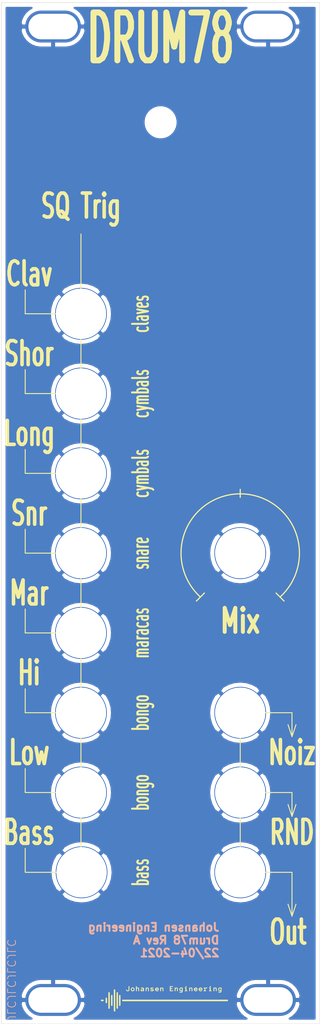
<source format=kicad_pcb>
(kicad_pcb (version 20171130) (host pcbnew "(5.1.9)-1")

  (general
    (thickness 1.6)
    (drawings 86)
    (tracks 0)
    (zones 0)
    (modules 18)
    (nets 2)
  )

  (page A4)
  (layers
    (0 F.Cu signal hide)
    (31 B.Cu signal hide)
    (32 B.Adhes user)
    (33 F.Adhes user)
    (34 B.Paste user)
    (35 F.Paste user)
    (36 B.SilkS user)
    (37 F.SilkS user)
    (38 B.Mask user)
    (39 F.Mask user)
    (40 Dwgs.User user hide)
    (41 Cmts.User user)
    (42 Eco1.User user)
    (43 Eco2.User user)
    (44 Edge.Cuts user)
    (45 Margin user)
    (46 B.CrtYd user)
    (47 F.CrtYd user)
    (48 B.Fab user)
    (49 F.Fab user)
  )

  (setup
    (last_trace_width 0.15)
    (trace_clearance 0.15)
    (zone_clearance 0.508)
    (zone_45_only no)
    (trace_min 0.15)
    (via_size 0.7)
    (via_drill 0.4)
    (via_min_size 0.4)
    (via_min_drill 0.3)
    (uvia_size 0.3)
    (uvia_drill 0.1)
    (uvias_allowed no)
    (uvia_min_size 0.2)
    (uvia_min_drill 0.1)
    (edge_width 0.05)
    (segment_width 0.2)
    (pcb_text_width 0.3)
    (pcb_text_size 1.5 1.5)
    (mod_edge_width 0.12)
    (mod_text_size 1 1)
    (mod_text_width 0.15)
    (pad_size 1.524 1.524)
    (pad_drill 0.762)
    (pad_to_mask_clearance 0.051)
    (solder_mask_min_width 0.25)
    (aux_axis_origin 0 0)
    (visible_elements 7FFFFFFF)
    (pcbplotparams
      (layerselection 0x010fc_ffffffff)
      (usegerberextensions true)
      (usegerberattributes false)
      (usegerberadvancedattributes false)
      (creategerberjobfile false)
      (excludeedgelayer true)
      (linewidth 0.150000)
      (plotframeref false)
      (viasonmask false)
      (mode 1)
      (useauxorigin false)
      (hpglpennumber 1)
      (hpglpenspeed 20)
      (hpglpendiameter 15.000000)
      (psnegative false)
      (psa4output false)
      (plotreference true)
      (plotvalue true)
      (plotinvisibletext false)
      (padsonsilk false)
      (subtractmaskfromsilk true)
      (outputformat 1)
      (mirror false)
      (drillshape 0)
      (scaleselection 1)
      (outputdirectory "GerberRevA"))
  )

  (net 0 "")
  (net 1 GND)

  (net_class Default "This is the default net class."
    (clearance 0.15)
    (trace_width 0.15)
    (via_dia 0.7)
    (via_drill 0.4)
    (uvia_dia 0.3)
    (uvia_drill 0.1)
  )

  (net_class Power ""
    (clearance 0.2)
    (trace_width 0.4)
    (via_dia 0.8)
    (via_drill 0.4)
    (uvia_dia 0.3)
    (uvia_drill 0.1)
    (add_net GND)
  )

  (module AJ:Jack_6m3 (layer F.Cu) (tedit 5E636D1F) (tstamp 60818554)
    (at 223 135)
    (descr "Mounting Hole 6.5mm, no annular")
    (tags "mounting hole 6.5mm no annular")
    (path /5EEA942D)
    (attr virtual)
    (fp_text reference TP105 (at 0 0) (layer F.SilkS) hide
      (effects (font (size 1 1) (thickness 0.15)))
    )
    (fp_text value In3 (at 0 0) (layer F.Fab)
      (effects (font (size 1 1) (thickness 0.15)))
    )
    (fp_circle (center 0 0) (end 4.5 0) (layer Cmts.User) (width 0.15))
    (fp_circle (center 0 0) (end 5 0) (layer F.CrtYd) (width 0.05))
    (fp_text user %R (at 0.3 0) (layer F.Fab)
      (effects (font (size 1 1) (thickness 0.15)))
    )
    (pad 1 thru_hole circle (at 0 0) (size 6.5 6.5) (drill 6.3) (layers *.Cu *.Mask)
      (net 1 GND))
  )

  (module AJ:Jack_6m3 (layer F.Cu) (tedit 5E636D1F) (tstamp 60818542)
    (at 223 125)
    (descr "Mounting Hole 6.5mm, no annular")
    (tags "mounting hole 6.5mm no annular")
    (path /5EEA942D)
    (attr virtual)
    (fp_text reference TP105 (at 0 0) (layer F.SilkS) hide
      (effects (font (size 1 1) (thickness 0.15)))
    )
    (fp_text value In3 (at 0 0) (layer F.Fab)
      (effects (font (size 1 1) (thickness 0.15)))
    )
    (fp_circle (center 0 0) (end 5 0) (layer F.CrtYd) (width 0.05))
    (fp_circle (center 0 0) (end 4.5 0) (layer Cmts.User) (width 0.15))
    (fp_text user %R (at 0.3 0) (layer F.Fab)
      (effects (font (size 1 1) (thickness 0.15)))
    )
    (pad 1 thru_hole circle (at 0 0) (size 6.5 6.5) (drill 6.3) (layers *.Cu *.Mask)
      (net 1 GND))
  )

  (module AJ:Jack_6m3 (layer F.Cu) (tedit 5E636D1F) (tstamp 608184E7)
    (at 203 75)
    (descr "Mounting Hole 6.5mm, no annular")
    (tags "mounting hole 6.5mm no annular")
    (path /5EEA942D)
    (attr virtual)
    (fp_text reference TP105 (at 0 0) (layer F.SilkS) hide
      (effects (font (size 1 1) (thickness 0.15)))
    )
    (fp_text value In3 (at 0 0) (layer F.Fab)
      (effects (font (size 1 1) (thickness 0.15)))
    )
    (fp_circle (center 0 0) (end 5 0) (layer F.CrtYd) (width 0.05))
    (fp_circle (center 0 0) (end 4.5 0) (layer Cmts.User) (width 0.15))
    (fp_text user %R (at 0.3 0) (layer F.Fab)
      (effects (font (size 1 1) (thickness 0.15)))
    )
    (pad 1 thru_hole circle (at 0 0) (size 6.5 6.5) (drill 6.3) (layers *.Cu *.Mask)
      (net 1 GND))
  )

  (module AJ:Jack_6m3 (layer F.Cu) (tedit 5E636D1F) (tstamp 608184D1)
    (at 203 85)
    (descr "Mounting Hole 6.5mm, no annular")
    (tags "mounting hole 6.5mm no annular")
    (path /5EEA942D)
    (attr virtual)
    (fp_text reference TP105 (at 0 0) (layer F.SilkS) hide
      (effects (font (size 1 1) (thickness 0.15)))
    )
    (fp_text value In3 (at 0 0) (layer F.Fab)
      (effects (font (size 1 1) (thickness 0.15)))
    )
    (fp_circle (center 0 0) (end 4.5 0) (layer Cmts.User) (width 0.15))
    (fp_circle (center 0 0) (end 5 0) (layer F.CrtYd) (width 0.05))
    (fp_text user %R (at 0.3 0) (layer F.Fab)
      (effects (font (size 1 1) (thickness 0.15)))
    )
    (pad 1 thru_hole circle (at 0 0) (size 6.5 6.5) (drill 6.3) (layers *.Cu *.Mask)
      (net 1 GND))
  )

  (module AJ:Jack_6m3 (layer F.Cu) (tedit 5E636D1F) (tstamp 608184BF)
    (at 203 95)
    (descr "Mounting Hole 6.5mm, no annular")
    (tags "mounting hole 6.5mm no annular")
    (path /5EEA942D)
    (attr virtual)
    (fp_text reference TP105 (at 0 0) (layer F.SilkS) hide
      (effects (font (size 1 1) (thickness 0.15)))
    )
    (fp_text value In3 (at 0 0) (layer F.Fab)
      (effects (font (size 1 1) (thickness 0.15)))
    )
    (fp_circle (center 0 0) (end 5 0) (layer F.CrtYd) (width 0.05))
    (fp_circle (center 0 0) (end 4.5 0) (layer Cmts.User) (width 0.15))
    (fp_text user %R (at 0.3 0) (layer F.Fab)
      (effects (font (size 1 1) (thickness 0.15)))
    )
    (pad 1 thru_hole circle (at 0 0) (size 6.5 6.5) (drill 6.3) (layers *.Cu *.Mask)
      (net 1 GND))
  )

  (module AJ:MountingHole_Eurorack3 (layer F.Cu) (tedit 5E638170) (tstamp 5E7832BB)
    (at 226.5 39)
    (descr "Mounting Hole 6.5mm, no annular")
    (tags "mounting hole 6.5mm no annular")
    (path /5EF24C31)
    (attr virtual)
    (fp_text reference H104 (at 0 -1) (layer Cmts.User)
      (effects (font (size 1 1) (thickness 0.15)))
    )
    (fp_text value MountingHole_Pad (at 0.25 0) (layer F.Fab)
      (effects (font (size 1 1) (thickness 0.15)))
    )
    (fp_text user %R (at 0.3 0) (layer F.Fab)
      (effects (font (size 1 1) (thickness 0.15)))
    )
    (pad 1 thru_hole oval (at 0 0) (size 7 4) (drill oval 6.2 3.2) (layers *.Cu *.Mask)
      (net 1 GND))
  )

  (module AJ:MountingHole_Eurorack3 (layer F.Cu) (tedit 5E638170) (tstamp 5E7832AB)
    (at 199.5 39)
    (descr "Mounting Hole 6.5mm, no annular")
    (tags "mounting hole 6.5mm no annular")
    (path /5EF22F1C)
    (attr virtual)
    (fp_text reference H102 (at 0 -1.5) (layer Cmts.User)
      (effects (font (size 1 1) (thickness 0.15)))
    )
    (fp_text value MountingHole_Pad (at 0.25 0) (layer F.Fab)
      (effects (font (size 1 1) (thickness 0.15)))
    )
    (fp_text user %R (at 0.3 0) (layer F.Fab)
      (effects (font (size 1 1) (thickness 0.15)))
    )
    (pad 1 thru_hole oval (at 0 0) (size 7 4) (drill oval 6.2 3.2) (layers *.Cu *.Mask)
      (net 1 GND))
  )

  (module AJ:MountingHole_Eurorack3 (layer B.Cu) (tedit 5E638170) (tstamp 5E78329F)
    (at 199.5 161)
    (descr "Mounting Hole 6.5mm, no annular")
    (tags "mounting hole 6.5mm no annular")
    (path /5EF24A8F)
    (attr virtual)
    (fp_text reference H103 (at 0 2.5) (layer Cmts.User)
      (effects (font (size 1 1) (thickness 0.15)))
    )
    (fp_text value MountingHole_Pad (at 0.25 0) (layer B.Fab)
      (effects (font (size 1 1) (thickness 0.15)) (justify mirror))
    )
    (fp_text user %R (at 0.3 0) (layer B.Fab)
      (effects (font (size 1 1) (thickness 0.15)) (justify mirror))
    )
    (pad 1 thru_hole oval (at 0 0) (size 7 4) (drill oval 6.2 3.2) (layers *.Cu *.Mask)
      (net 1 GND))
  )

  (module AJ:Jack_6m3 (layer F.Cu) (tedit 5E636D1F) (tstamp 5E783291)
    (at 203 105)
    (descr "Mounting Hole 6.5mm, no annular")
    (tags "mounting hole 6.5mm no annular")
    (path /5EEA8C5E)
    (attr virtual)
    (fp_text reference TP107 (at 0 0) (layer F.SilkS) hide
      (effects (font (size 1 1) (thickness 0.15)))
    )
    (fp_text value FM (at 0 0) (layer F.Fab)
      (effects (font (size 1 1) (thickness 0.15)))
    )
    (fp_circle (center 0 0) (end 5 0) (layer F.CrtYd) (width 0.05))
    (fp_circle (center 0 0) (end 4.5 0) (layer Cmts.User) (width 0.15))
    (fp_text user %R (at 0.3 0) (layer F.Fab)
      (effects (font (size 1 1) (thickness 0.15)))
    )
    (pad 1 thru_hole circle (at 0 0) (size 6.5 6.5) (drill 6.3) (layers *.Cu *.Mask)
      (net 1 GND))
  )

  (module AJ:LED_Hole_3mm (layer F.Cu) (tedit 5E639614) (tstamp 5E78328A)
    (at 213 51)
    (descr "Mounting Hole 2.5mm, no annular")
    (tags "mounting hole 2.5mm no annular")
    (path /5EF9702E)
    (attr virtual)
    (fp_text reference H101 (at 0 -1.75) (layer F.Fab)
      (effects (font (size 1 1) (thickness 0.15)))
    )
    (fp_text value ON (at 0 2.5) (layer F.Mask)
      (effects (font (size 1 1) (thickness 0.15)))
    )
    (fp_circle (center 0 0) (end 2.75 0) (layer F.CrtYd) (width 0.05))
    (fp_circle (center 0 0) (end 2.5 0) (layer Cmts.User) (width 0.15))
    (fp_text user %R (at 0.3 0) (layer F.Fab)
      (effects (font (size 1 1) (thickness 0.15)))
    )
    (pad "" np_thru_hole circle (at 0 0) (size 3 3) (drill 3) (layers *.Cu *.Mask))
  )

  (module AJ:MountingHole_Eurorack3 (layer B.Cu) (tedit 5E638170) (tstamp 5E783285)
    (at 226.5 161)
    (descr "Mounting Hole 6.5mm, no annular")
    (tags "mounting hole 6.5mm no annular")
    (path /5EF24E1C)
    (attr virtual)
    (fp_text reference H105 (at 0 2.5) (layer Cmts.User)
      (effects (font (size 1 1) (thickness 0.15)))
    )
    (fp_text value MountingHole_Pad (at 0.25 0) (layer B.Fab)
      (effects (font (size 1 1) (thickness 0.15)) (justify mirror))
    )
    (fp_text user %R (at 0.3 0) (layer B.Fab)
      (effects (font (size 1 1) (thickness 0.15)) (justify mirror))
    )
    (pad 1 thru_hole oval (at 0 0) (size 7 4) (drill oval 6.2 3.2) (layers *.Cu *.Mask)
      (net 1 GND))
  )

  (module AJ:Jack_6m3 (layer F.Cu) (tedit 5E636D1F) (tstamp 5E78327E)
    (at 203 115)
    (descr "Mounting Hole 6.5mm, no annular")
    (tags "mounting hole 6.5mm no annular")
    (path /5EEA7CE8)
    (attr virtual)
    (fp_text reference TP102 (at 0 0) (layer F.SilkS) hide
      (effects (font (size 1 1) (thickness 0.15)))
    )
    (fp_text value SQ (at 0 0) (layer F.Fab)
      (effects (font (size 1 1) (thickness 0.15)))
    )
    (fp_circle (center 0 0) (end 4.5 0) (layer Cmts.User) (width 0.15))
    (fp_circle (center 0 0) (end 5 0) (layer F.CrtYd) (width 0.05))
    (fp_text user %R (at 0.3 0) (layer F.Fab)
      (effects (font (size 1 1) (thickness 0.15)))
    )
    (pad 1 thru_hole circle (at 0 0) (size 6.5 6.5) (drill 6.3) (layers *.Cu *.Mask)
      (net 1 GND))
  )

  (module AJ:Jack_6m3 (layer F.Cu) (tedit 5E636D1F) (tstamp 5E783277)
    (at 203.075001 145)
    (descr "Mounting Hole 6.5mm, no annular")
    (tags "mounting hole 6.5mm no annular")
    (path /5EEA8E6B)
    (attr virtual)
    (fp_text reference TP106 (at 0 0) (layer F.SilkS) hide
      (effects (font (size 1 1) (thickness 0.15)))
    )
    (fp_text value HS (at 0 0) (layer F.Fab)
      (effects (font (size 1 1) (thickness 0.15)))
    )
    (fp_circle (center 0 0) (end 4.5 0) (layer Cmts.User) (width 0.15))
    (fp_circle (center 0 0) (end 5 0) (layer F.CrtYd) (width 0.05))
    (fp_text user %R (at 0.3 0) (layer F.Fab)
      (effects (font (size 1 1) (thickness 0.15)))
    )
    (pad 1 thru_hole circle (at 0 0) (size 6.5 6.5) (drill 6.3) (layers *.Cu *.Mask)
      (net 1 GND))
  )

  (module AJ:Jack_6m3 (layer F.Cu) (tedit 5E636D1F) (tstamp 5E783270)
    (at 203 125)
    (descr "Mounting Hole 6.5mm, no annular")
    (tags "mounting hole 6.5mm no annular")
    (path /5EEA874B)
    (attr virtual)
    (fp_text reference TP108 (at 0 0) (layer F.SilkS) hide
      (effects (font (size 1 1) (thickness 0.15)))
    )
    (fp_text value PWM (at 0 0) (layer F.Fab)
      (effects (font (size 1 1) (thickness 0.15)))
    )
    (fp_circle (center 0 0) (end 4.5 0) (layer Cmts.User) (width 0.15))
    (fp_circle (center 0 0) (end 5 0) (layer F.CrtYd) (width 0.05))
    (fp_text user %R (at 0.3 0) (layer F.Fab)
      (effects (font (size 1 1) (thickness 0.15)))
    )
    (pad 1 thru_hole circle (at 0 0) (size 6.5 6.5) (drill 6.3) (layers *.Cu *.Mask)
      (net 1 GND))
  )

  (module AJ:Pot_6m3_scale1 (layer F.Cu) (tedit 5E636F49) (tstamp 5E78325E)
    (at 223 105)
    (descr "Mounting Hole 6.5mm, no annular")
    (tags "mounting hole 6.5mm no annular")
    (path /5EEAB808)
    (attr virtual)
    (fp_text reference TP112 (at 0 0) (layer F.SilkS) hide
      (effects (font (size 1 1) (thickness 0.15)))
    )
    (fp_text value Fine (at 0 3.5) (layer F.Fab)
      (effects (font (size 1 1) (thickness 0.15)))
    )
    (fp_circle (center 0 0) (end 6.5 -0.5) (layer Cmts.User) (width 0.15))
    (fp_circle (center 0 0) (end 7.5 0) (layer F.CrtYd) (width 0.05))
    (fp_line (start 5.5 6) (end 4.5 5) (layer F.SilkS) (width 0.15))
    (fp_line (start -4.5 5) (end -5.5 6) (layer F.SilkS) (width 0.15))
    (fp_line (start 0 -8) (end 0 -7) (layer F.SilkS) (width 0.15))
    (fp_text user %R (at 0.3 0) (layer F.Fab)
      (effects (font (size 1 1) (thickness 0.15)))
    )
    (fp_arc (start 0 0) (end 5 5.5) (angle -275.452622) (layer F.SilkS) (width 0.15))
    (pad 1 thru_hole circle (at 0 0) (size 6.5 6.5) (drill 6.3) (layers *.Cu *.Mask)
      (net 1 GND))
  )

  (module AJ:Jack_6m3 (layer F.Cu) (tedit 5E636D1F) (tstamp 5E783250)
    (at 223 145)
    (descr "Mounting Hole 6.5mm, no annular")
    (tags "mounting hole 6.5mm no annular")
    (path /5EEA942D)
    (attr virtual)
    (fp_text reference TP105 (at 0 0) (layer F.SilkS) hide
      (effects (font (size 1 1) (thickness 0.15)))
    )
    (fp_text value In3 (at 0 0) (layer F.Fab)
      (effects (font (size 1 1) (thickness 0.15)))
    )
    (fp_circle (center 0 0) (end 4.5 0) (layer Cmts.User) (width 0.15))
    (fp_circle (center 0 0) (end 5 0) (layer F.CrtYd) (width 0.05))
    (fp_text user %R (at 0.3 0) (layer F.Fab)
      (effects (font (size 1 1) (thickness 0.15)))
    )
    (pad 1 thru_hole circle (at 0 0) (size 6.5 6.5) (drill 6.3) (layers *.Cu *.Mask)
      (net 1 GND))
  )

  (module AJ:Jack_6m3 (layer F.Cu) (tedit 5E636D1F) (tstamp 5E783242)
    (at 203 135)
    (descr "Mounting Hole 6.5mm, no annular")
    (tags "mounting hole 6.5mm no annular")
    (path /5EEAA042)
    (attr virtual)
    (fp_text reference TP103 (at 0 0) (layer F.SilkS) hide
      (effects (font (size 1 1) (thickness 0.15)))
    )
    (fp_text value In1 (at 0 0) (layer F.Fab)
      (effects (font (size 1 1) (thickness 0.15)))
    )
    (fp_circle (center 0 0) (end 4.5 0) (layer Cmts.User) (width 0.15))
    (fp_circle (center 0 0) (end 5 0) (layer F.CrtYd) (width 0.05))
    (fp_text user %R (at 0.3 0) (layer F.Fab)
      (effects (font (size 1 1) (thickness 0.15)))
    )
    (pad 1 thru_hole circle (at 0 0) (size 6.5 6.5) (drill 6.3) (layers *.Cu *.Mask)
      (net 1 GND))
  )

  (module AJ:Johansen_engineering_logo_20mm (layer F.Cu) (tedit 0) (tstamp 5E77B2E2)
    (at 213.5 161)
    (fp_text reference G*** (at 0 0) (layer F.SilkS) hide
      (effects (font (size 1.524 1.524) (thickness 0.3)))
    )
    (fp_text value LOGO (at 0.75 0) (layer F.SilkS) hide
      (effects (font (size 1.524 1.524) (thickness 0.3)))
    )
    (fp_poly (pts (xy -6.229168 -1.306216) (xy -6.223922 -1.300038) (xy -6.219713 -1.294412) (xy -6.215978 -1.287885)
      (xy -6.21269 -1.278987) (xy -6.209819 -1.266249) (xy -6.207337 -1.248201) (xy -6.205217 -1.223373)
      (xy -6.203429 -1.190297) (xy -6.201946 -1.147503) (xy -6.200738 -1.093522) (xy -6.199778 -1.026883)
      (xy -6.199037 -0.946118) (xy -6.198486 -0.849757) (xy -6.198098 -0.736331) (xy -6.197844 -0.60437)
      (xy -6.197696 -0.452404) (xy -6.197625 -0.278965) (xy -6.197602 -0.082583) (xy -6.1976 0.062998)
      (xy -6.1976 1.392572) (xy -6.226994 1.420186) (xy -6.267058 1.443429) (xy -6.309329 1.444227)
      (xy -6.347001 1.42259) (xy -6.349506 1.420005) (xy -6.353639 1.415243) (xy -6.357307 1.409375)
      (xy -6.360537 1.400941) (xy -6.363359 1.388481) (xy -6.365798 1.370535) (xy -6.367884 1.345641)
      (xy -6.369643 1.312341) (xy -6.371104 1.269174) (xy -6.372295 1.21468) (xy -6.373242 1.147399)
      (xy -6.373974 1.06587) (xy -6.374518 0.968633) (xy -6.374903 0.854228) (xy -6.375156 0.721196)
      (xy -6.375304 0.568075) (xy -6.375376 0.393405) (xy -6.375399 0.195727) (xy -6.3754 0.056969)
      (xy -6.375401 -1.278273) (xy -6.346007 -1.305887) (xy -6.305943 -1.32977) (xy -6.265381 -1.329802)
      (xy -6.229168 -1.306216)) (layer F.SilkS) (width 0.01))
    (fp_poly (pts (xy -6.943716 -0.976165) (xy -6.910397 -0.956449) (xy -6.891538 -0.924434) (xy -6.890291 -0.907327)
      (xy -6.8891 -0.866846) (xy -6.887983 -0.805015) (xy -6.886956 -0.72386) (xy -6.886034 -0.625406)
      (xy -6.885235 -0.511678) (xy -6.884573 -0.384701) (xy -6.884066 -0.246501) (xy -6.883729 -0.099103)
      (xy -6.883579 0.055468) (xy -6.883574 0.073602) (xy -6.8834 1.042554) (xy -6.914573 1.073727)
      (xy -6.951065 1.099588) (xy -6.987314 1.10115) (xy -7.027709 1.078601) (xy -7.027738 1.078578)
      (xy -7.0612 1.052256) (xy -7.0612 0.068093) (xy -7.061042 -0.14119) (xy -7.060563 -0.325406)
      (xy -7.05976 -0.484888) (xy -7.058628 -0.619967) (xy -7.057162 -0.730975) (xy -7.055359 -0.818245)
      (xy -7.053213 -0.882107) (xy -7.050721 -0.922893) (xy -7.047878 -0.940936) (xy -7.047728 -0.941243)
      (xy -7.020356 -0.969421) (xy -6.983027 -0.980776) (xy -6.943716 -0.976165)) (layer F.SilkS) (width 0.01))
    (fp_poly (pts (xy -5.899947 -0.971912) (xy -5.878121 -0.95321) (xy -5.873799 -0.946928) (xy -5.870042 -0.938349)
      (xy -5.866812 -0.925761) (xy -5.864069 -0.907451) (xy -5.861773 -0.881706) (xy -5.859885 -0.846813)
      (xy -5.858365 -0.801061) (xy -5.857174 -0.742736) (xy -5.856271 -0.670125) (xy -5.855618 -0.581517)
      (xy -5.855174 -0.475198) (xy -5.854901 -0.349456) (xy -5.854758 -0.202578) (xy -5.854705 -0.032851)
      (xy -5.8547 0.059134) (xy -5.8547 1.042554) (xy -5.885873 1.073727) (xy -5.923826 1.099826)
      (xy -5.961067 1.100608) (xy -5.998937 1.076073) (xy -6.001328 1.073727) (xy -6.0325 1.042554)
      (xy -6.0325 0.059134) (xy -6.032478 -0.122409) (xy -6.032384 -0.280264) (xy -6.032179 -0.416144)
      (xy -6.031824 -0.531762) (xy -6.031278 -0.628831) (xy -6.030503 -0.709063) (xy -6.029458 -0.774171)
      (xy -6.028104 -0.825867) (xy -6.026401 -0.865865) (xy -6.02431 -0.895876) (xy -6.021791 -0.917614)
      (xy -6.018805 -0.932791) (xy -6.015311 -0.94312) (xy -6.01127 -0.950313) (xy -6.00908 -0.95321)
      (xy -5.974516 -0.977539) (xy -5.9436 -0.982134) (xy -5.899947 -0.971912)) (layer F.SilkS) (width 0.01))
    (fp_poly (pts (xy -6.585847 -0.626634) (xy -6.583677 -0.625281) (xy -6.574101 -0.617732) (xy -6.566052 -0.60754)
      (xy -6.559397 -0.592592) (xy -6.554006 -0.570773) (xy -6.549745 -0.539971) (xy -6.546483 -0.498069)
      (xy -6.544089 -0.442956) (xy -6.542429 -0.372516) (xy -6.541372 -0.284636) (xy -6.540787 -0.177201)
      (xy -6.540542 -0.048098) (xy -6.5405 0.06662) (xy -6.540527 0.208969) (xy -6.540663 0.3281)
      (xy -6.540995 0.426193) (xy -6.54161 0.505429) (xy -6.542594 0.567989) (xy -6.544032 0.616055)
      (xy -6.546012 0.651807) (xy -6.548619 0.677427) (xy -6.55194 0.695095) (xy -6.556061 0.706993)
      (xy -6.561067 0.715301) (xy -6.566395 0.721505) (xy -6.601291 0.744001) (xy -6.642129 0.749644)
      (xy -6.679597 0.738462) (xy -6.69853 0.721074) (xy -6.703044 0.712113) (xy -6.706828 0.697824)
      (xy -6.709944 0.676107) (xy -6.712454 0.644866) (xy -6.71442 0.602001) (xy -6.715906 0.545415)
      (xy -6.716972 0.473009) (xy -6.717681 0.382686) (xy -6.718095 0.272347) (xy -6.718277 0.139893)
      (xy -6.7183 0.054324) (xy -6.718273 -0.089453) (xy -6.718134 -0.209982) (xy -6.717803 -0.309414)
      (xy -6.717196 -0.3899) (xy -6.716232 -0.453593) (xy -6.714827 -0.502643) (xy -6.712901 -0.539203)
      (xy -6.71037 -0.565423) (xy -6.707152 -0.583456) (xy -6.703165 -0.595453) (xy -6.698327 -0.603566)
      (xy -6.6929 -0.6096) (xy -6.660323 -0.628507) (xy -6.620356 -0.6348) (xy -6.585847 -0.626634)) (layer F.SilkS) (width 0.01))
    (fp_poly (pts (xy -5.56964 -0.615852) (xy -5.5626 -0.6096) (xy -5.556882 -0.603181) (xy -5.552093 -0.59491)
      (xy -5.548151 -0.582635) (xy -5.544974 -0.564205) (xy -5.542478 -0.537468) (xy -5.540583 -0.500272)
      (xy -5.539205 -0.450467) (xy -5.538263 -0.3859) (xy -5.537674 -0.304421) (xy -5.537355 -0.203876)
      (xy -5.537225 -0.082116) (xy -5.5372 0.054324) (xy -5.537278 0.200224) (xy -5.537554 0.322823)
      (xy -5.538088 0.424218) (xy -5.538945 0.506508) (xy -5.540185 0.571791) (xy -5.541871 0.622165)
      (xy -5.544066 0.659728) (xy -5.546831 0.686578) (xy -5.550229 0.704814) (xy -5.554322 0.716533)
      (xy -5.556971 0.721074) (xy -5.586738 0.743781) (xy -5.626267 0.749686) (xy -5.666243 0.738757)
      (xy -5.689106 0.721505) (xy -5.694942 0.714613) (xy -5.699829 0.706105) (xy -5.70385 0.693817)
      (xy -5.70709 0.675586) (xy -5.709633 0.649248) (xy -5.711563 0.612641) (xy -5.712965 0.563601)
      (xy -5.713923 0.499964) (xy -5.714521 0.419567) (xy -5.714844 0.320246) (xy -5.714975 0.199839)
      (xy -5.715 0.05715) (xy -5.714975 -0.086357) (xy -5.714842 -0.206626) (xy -5.714518 -0.305822)
      (xy -5.713918 -0.386109) (xy -5.712957 -0.449648) (xy -5.711553 -0.498605) (xy -5.709619 -0.535142)
      (xy -5.707072 -0.561423) (xy -5.703828 -0.57961) (xy -5.699801 -0.591868) (xy -5.694909 -0.600359)
      (xy -5.689106 -0.607206) (xy -5.652262 -0.630057) (xy -5.609207 -0.633) (xy -5.56964 -0.615852)) (layer F.SilkS) (width 0.01))
    (fp_poly (pts (xy -7.295443 -0.286946) (xy -7.262632 -0.267843) (xy -7.253059 -0.259484) (xy -7.24573 -0.249697)
      (xy -7.240293 -0.235174) (xy -7.236395 -0.212609) (xy -7.233683 -0.178693) (xy -7.231806 -0.130118)
      (xy -7.230411 -0.063577) (xy -7.229146 0.024238) (xy -7.228812 0.049571) (xy -7.224974 0.342728)
      (xy -7.25681 0.374564) (xy -7.296565 0.401023) (xy -7.336473 0.402725) (xy -7.37396 0.379617)
      (xy -7.376487 0.377006) (xy -7.385325 0.366635) (xy -7.392044 0.354549) (xy -7.396935 0.337371)
      (xy -7.400286 0.311724) (xy -7.402389 0.274232) (xy -7.403532 0.22152) (xy -7.404006 0.15021)
      (xy -7.4041 0.056927) (xy -7.4041 0.05537) (xy -7.404035 -0.038071) (xy -7.403633 -0.109461)
      (xy -7.402587 -0.162154) (xy -7.400588 -0.199497) (xy -7.39733 -0.224844) (xy -7.392503 -0.241543)
      (xy -7.3858 -0.252945) (xy -7.376914 -0.262402) (xy -7.374707 -0.264487) (xy -7.33553 -0.288391)
      (xy -7.295443 -0.286946)) (layer F.SilkS) (width 0.01))
    (fp_poly (pts (xy -7.755957 -0.035608) (xy -7.707899 -0.026809) (xy -7.677895 -0.009719) (xy -7.662458 0.017645)
      (xy -7.6581 0.05715) (xy -7.662393 0.096532) (xy -7.677601 0.12378) (xy -7.707219 0.140862)
      (xy -7.754743 0.149745) (xy -7.823668 0.152395) (xy -7.827337 0.1524) (xy -7.884092 0.151825)
      (xy -7.921508 0.14929) (xy -7.945635 0.143576) (xy -7.962524 0.133466) (xy -7.973387 0.123006)
      (xy -7.996748 0.082112) (xy -7.998497 0.037488) (xy -7.97874 -0.003) (xy -7.971607 -0.010487)
      (xy -7.954426 -0.02382) (xy -7.933381 -0.032063) (xy -7.902262 -0.036388) (xy -7.854859 -0.03797)
      (xy -7.825557 -0.0381) (xy -7.755957 -0.035608)) (layer F.SilkS) (width 0.01))
    (fp_poly (pts (xy 7.935286 -0.008707) (xy 7.958647 0.032187) (xy 7.960396 0.076811) (xy 7.940639 0.117299)
      (xy 7.933506 0.124786) (xy 7.904112 0.1524) (xy -5.281357 0.1524) (xy -5.307679 0.118937)
      (xy -5.326231 0.087072) (xy -5.334 0.057272) (xy -5.334 0.05715) (xy -5.326306 0.027404)
      (xy -5.307793 -0.004493) (xy -5.307679 -0.004638) (xy -5.281357 -0.0381) (xy 1.313157 -0.038101)
      (xy 7.907672 -0.038101) (xy 7.935286 -0.008707)) (layer F.SilkS) (width 0.01))
    (fp_poly (pts (xy 2.105674 -1.554547) (xy 2.13423 -1.542724) (xy 2.159896 -1.532792) (xy 2.171557 -1.535238)
      (xy 2.1717 -1.536374) (xy 2.182965 -1.544531) (xy 2.21111 -1.549068) (xy 2.2225 -1.5494)
      (xy 2.2733 -1.5494) (xy 2.2733 -1.297279) (xy 2.273165 -1.210807) (xy 2.272509 -1.145845)
      (xy 2.270951 -1.098503) (xy 2.268112 -1.064891) (xy 2.263612 -1.041121) (xy 2.257072 -1.023301)
      (xy 2.24811 -1.007543) (xy 2.244471 -1.002004) (xy 2.199065 -0.955806) (xy 2.138438 -0.92617)
      (xy 2.067589 -0.914287) (xy 1.991516 -0.921344) (xy 1.952504 -0.932553) (xy 1.906878 -0.95258)
      (xy 1.876752 -0.973524) (xy 1.8669 -0.990749) (xy 1.874136 -1.006855) (xy 1.889155 -1.027971)
      (xy 1.91141 -1.055454) (xy 1.97347 -1.028002) (xy 2.034709 -1.009375) (xy 2.088937 -1.008729)
      (xy 2.132369 -1.024672) (xy 2.161218 -1.055813) (xy 2.171699 -1.100762) (xy 2.1717 -1.100845)
      (xy 2.1717 -1.143653) (xy 2.13423 -1.124277) (xy 2.073661 -1.105468) (xy 2.014193 -1.109244)
      (xy 1.959341 -1.132901) (xy 1.91262 -1.173738) (xy 1.877544 -1.229054) (xy 1.857628 -1.296147)
      (xy 1.854506 -1.338056) (xy 1.956495 -1.338056) (xy 1.963037 -1.286997) (xy 1.985751 -1.241659)
      (xy 2.020697 -1.210892) (xy 2.058845 -1.199991) (xy 2.104396 -1.201232) (xy 2.144159 -1.213701)
      (xy 2.153783 -1.220141) (xy 2.163335 -1.240666) (xy 2.16951 -1.278318) (xy 2.172236 -1.325146)
      (xy 2.171445 -1.373197) (xy 2.167067 -1.41452) (xy 2.159031 -1.441162) (xy 2.155753 -1.445224)
      (xy 2.115084 -1.464636) (xy 2.065872 -1.468399) (xy 2.031154 -1.46015) (xy 1.990828 -1.431174)
      (xy 1.96585 -1.388296) (xy 1.956495 -1.338056) (xy 1.854506 -1.338056) (xy 1.854408 -1.339366)
      (xy 1.864773 -1.409478) (xy 1.892835 -1.469592) (xy 1.934776 -1.516931) (xy 1.986776 -1.548721)
      (xy 2.045015 -1.562184) (xy 2.105674 -1.554547)) (layer F.SilkS) (width 0.01))
    (fp_poly (pts (xy 6.982474 -1.554547) (xy 7.01103 -1.542724) (xy 7.036696 -1.532792) (xy 7.048357 -1.535238)
      (xy 7.0485 -1.536374) (xy 7.059765 -1.544531) (xy 7.08791 -1.549068) (xy 7.0993 -1.5494)
      (xy 7.1501 -1.5494) (xy 7.1501 -1.297279) (xy 7.149965 -1.210807) (xy 7.149309 -1.145845)
      (xy 7.147751 -1.098503) (xy 7.144912 -1.064891) (xy 7.140412 -1.041121) (xy 7.133872 -1.023301)
      (xy 7.12491 -1.007543) (xy 7.121271 -1.002004) (xy 7.075865 -0.955806) (xy 7.015238 -0.92617)
      (xy 6.944389 -0.914287) (xy 6.868316 -0.921344) (xy 6.829304 -0.932553) (xy 6.783678 -0.95258)
      (xy 6.753552 -0.973524) (xy 6.7437 -0.990749) (xy 6.750936 -1.006855) (xy 6.765955 -1.027971)
      (xy 6.78821 -1.055454) (xy 6.85027 -1.028002) (xy 6.911509 -1.009375) (xy 6.965737 -1.008729)
      (xy 7.009169 -1.024672) (xy 7.038018 -1.055813) (xy 7.048499 -1.100762) (xy 7.0485 -1.100845)
      (xy 7.0485 -1.143653) (xy 7.01103 -1.124277) (xy 6.950461 -1.105468) (xy 6.890993 -1.109244)
      (xy 6.836141 -1.132901) (xy 6.78942 -1.173738) (xy 6.754344 -1.229054) (xy 6.734428 -1.296147)
      (xy 6.731306 -1.338056) (xy 6.833295 -1.338056) (xy 6.839837 -1.286997) (xy 6.862551 -1.241659)
      (xy 6.897497 -1.210892) (xy 6.935645 -1.199991) (xy 6.981196 -1.201232) (xy 7.020959 -1.213701)
      (xy 7.030583 -1.220141) (xy 7.040135 -1.240666) (xy 7.04631 -1.278318) (xy 7.049036 -1.325146)
      (xy 7.048245 -1.373197) (xy 7.043867 -1.41452) (xy 7.035831 -1.441162) (xy 7.032553 -1.445224)
      (xy 6.991884 -1.464636) (xy 6.942672 -1.468399) (xy 6.907954 -1.46015) (xy 6.867628 -1.431174)
      (xy 6.84265 -1.388296) (xy 6.833295 -1.338056) (xy 6.731306 -1.338056) (xy 6.731208 -1.339366)
      (xy 6.741573 -1.409478) (xy 6.769635 -1.469592) (xy 6.811576 -1.516931) (xy 6.863576 -1.548721)
      (xy 6.921815 -1.562184) (xy 6.982474 -1.554547)) (layer F.SilkS) (width 0.01))
    (fp_poly (pts (xy -4.4196 -1.488591) (xy -4.419793 -1.404055) (xy -4.420646 -1.340647) (xy -4.422573 -1.2941)
      (xy -4.425987 -1.260145) (xy -4.4313 -1.234512) (xy -4.438927 -1.212932) (xy -4.448175 -1.193316)
      (xy -4.485253 -1.140853) (xy -4.5212 -1.114445) (xy -4.57366 -1.098358) (xy -4.635735 -1.093623)
      (xy -4.694048 -1.100801) (xy -4.711694 -1.106468) (xy -4.760888 -1.136785) (xy -4.804109 -1.182386)
      (xy -4.820857 -1.209045) (xy -4.835563 -1.242359) (xy -4.834023 -1.262346) (xy -4.814179 -1.276747)
      (xy -4.801367 -1.282383) (xy -4.764497 -1.29121) (xy -4.742418 -1.282211) (xy -4.7371 -1.26403)
      (xy -4.726769 -1.242315) (xy -4.701312 -1.217181) (xy -4.669037 -1.195013) (xy -4.63825 -1.182196)
      (xy -4.629215 -1.1811) (xy -4.595624 -1.183479) (xy -4.569712 -1.192506) (xy -4.550511 -1.211022)
      (xy -4.537054 -1.241866) (xy -4.528372 -1.287878) (xy -4.523497 -1.351896) (xy -4.521461 -1.436762)
      (xy -4.5212 -1.49797) (xy -4.5212 -1.7272) (xy -4.4196 -1.7272) (xy -4.4196 -1.488591)) (layer F.SilkS) (width 0.01))
    (fp_poly (pts (xy -3.928234 -1.550875) (xy -3.863526 -1.518974) (xy -3.814138 -1.469054) (xy -3.782715 -1.403778)
      (xy -3.7719 -1.32715) (xy -3.783004 -1.249054) (xy -3.814658 -1.18411) (xy -3.864381 -1.134769)
      (xy -3.929689 -1.103479) (xy -4.008099 -1.092689) (xy -4.009618 -1.092698) (xy -4.055423 -1.096661)
      (xy -4.09736 -1.105996) (xy -4.10845 -1.110128) (xy -4.165573 -1.148536) (xy -4.207684 -1.203233)
      (xy -4.232914 -1.268775) (xy -4.238451 -1.329387) (xy -4.136311 -1.329387) (xy -4.129113 -1.278667)
      (xy -4.106582 -1.234684) (xy -4.070822 -1.202228) (xy -4.02394 -1.186087) (xy -3.988483 -1.186617)
      (xy -3.948482 -1.200439) (xy -3.912853 -1.224881) (xy -3.912283 -1.225445) (xy -3.892332 -1.250305)
      (xy -3.882596 -1.279342) (xy -3.879863 -1.322628) (xy -3.87985 -1.32715) (xy -3.882004 -1.371443)
      (xy -3.890817 -1.400991) (xy -3.909814 -1.426258) (xy -3.915064 -1.431637) (xy -3.945405 -1.45555)
      (xy -3.979953 -1.465539) (xy -4.008239 -1.46685) (xy -4.049347 -1.4636) (xy -4.077077 -1.450797)
      (xy -4.096284 -1.431875) (xy -4.12607 -1.382053) (xy -4.136311 -1.329387) (xy -4.238451 -1.329387)
      (xy -4.239395 -1.339717) (xy -4.225258 -1.410612) (xy -4.217797 -1.42875) (xy -4.177045 -1.493267)
      (xy -4.123606 -1.536131) (xy -4.055939 -1.558311) (xy -4.005616 -1.5621) (xy -3.928234 -1.550875)) (layer F.SilkS) (width 0.01))
    (fp_poly (pts (xy -2.68974 -1.543542) (xy -2.636031 -1.510856) (xy -2.618333 -1.492077) (xy -2.607265 -1.476043)
      (xy -2.599623 -1.45777) (xy -2.594782 -1.432463) (xy -2.592116 -1.395325) (xy -2.590999 -1.34156)
      (xy -2.5908 -1.280988) (xy -2.5908 -1.1049) (xy -2.6416 -1.1049) (xy -2.674784 -1.106998)
      (xy -2.689463 -1.115559) (xy -2.6924 -1.130681) (xy -2.693572 -1.146689) (xy -2.701127 -1.14832)
      (xy -2.721121 -1.135198) (xy -2.730465 -1.128319) (xy -2.776756 -1.105976) (xy -2.841775 -1.094886)
      (xy -2.844526 -1.094679) (xy -2.887907 -1.092528) (xy -2.915796 -1.096061) (xy -2.937974 -1.108454)
      (xy -2.964225 -1.132885) (xy -2.965211 -1.133871) (xy -2.994457 -1.167957) (xy -3.00754 -1.199444)
      (xy -3.0099 -1.228236) (xy -3.00627 -1.245312) (xy -2.906332 -1.245312) (xy -2.900867 -1.211646)
      (xy -2.875275 -1.190621) (xy -2.832426 -1.1841) (xy -2.81415 -1.185553) (xy -2.772017 -1.196275)
      (xy -2.734934 -1.214011) (xy -2.7316 -1.216351) (xy -2.70682 -1.244116) (xy -2.694732 -1.274431)
      (xy -2.693942 -1.294603) (xy -2.702043 -1.3044) (xy -2.725232 -1.307396) (xy -2.751882 -1.307384)
      (xy -2.819582 -1.301495) (xy -2.869617 -1.286312) (xy -2.899343 -1.262896) (xy -2.906332 -1.245312)
      (xy -3.00627 -1.245312) (xy -2.998431 -1.282175) (xy -2.964622 -1.32525) (xy -2.90937 -1.356852)
      (xy -2.833573 -1.37637) (xy -2.783817 -1.381711) (xy -2.736121 -1.385415) (xy -2.708713 -1.390045)
      (xy -2.696495 -1.397462) (xy -2.694371 -1.409525) (xy -2.694917 -1.414164) (xy -2.708173 -1.439067)
      (xy -2.732872 -1.459691) (xy -2.762864 -1.469361) (xy -2.804089 -1.469332) (xy -2.860594 -1.459217)
      (xy -2.928101 -1.441102) (xy -2.950633 -1.44152) (xy -2.967253 -1.462151) (xy -2.969537 -1.466955)
      (xy -2.978968 -1.493475) (xy -2.975184 -1.511471) (xy -2.954407 -1.525894) (xy -2.912857 -1.541697)
      (xy -2.912373 -1.541862) (xy -2.832843 -1.55988) (xy -2.756988 -1.560162) (xy -2.68974 -1.543542)) (layer F.SilkS) (width 0.01))
    (fp_poly (pts (xy -1.499368 -1.555614) (xy -1.44416 -1.541972) (xy -1.404078 -1.521893) (xy -1.399511 -1.518039)
      (xy -1.390917 -1.496999) (xy -1.395732 -1.471018) (xy -1.409704 -1.449342) (xy -1.428581 -1.441216)
      (xy -1.434188 -1.442638) (xy -1.484964 -1.458797) (xy -1.539754 -1.46749) (xy -1.592266 -1.468788)
      (xy -1.63621 -1.462765) (xy -1.665296 -1.449493) (xy -1.672404 -1.439896) (xy -1.674927 -1.423045)
      (xy -1.66548 -1.409718) (xy -1.640613 -1.398217) (xy -1.59688 -1.386848) (xy -1.542769 -1.376106)
      (xy -1.466464 -1.358051) (xy -1.412706 -1.335324) (xy -1.378777 -1.305842) (xy -1.361955 -1.267522)
      (xy -1.3589 -1.235272) (xy -1.370255 -1.184513) (xy -1.401971 -1.143588) (xy -1.450525 -1.113685)
      (xy -1.512393 -1.095996) (xy -1.584053 -1.091711) (xy -1.661981 -1.102018) (xy -1.711575 -1.116148)
      (xy -1.74983 -1.130218) (xy -1.777502 -1.14198) (xy -1.78631 -1.147076) (xy -1.787249 -1.162875)
      (xy -1.779123 -1.190996) (xy -1.777766 -1.194366) (xy -1.768832 -1.214471) (xy -1.75898 -1.22493)
      (xy -1.742547 -1.226014) (xy -1.713871 -1.217993) (xy -1.667288 -1.201137) (xy -1.6637 -1.199814)
      (xy -1.589338 -1.184145) (xy -1.545478 -1.18448) (xy -1.493214 -1.194302) (xy -1.464901 -1.209938)
      (xy -1.460543 -1.228742) (xy -1.480141 -1.248068) (xy -1.523697 -1.26527) (xy -1.545407 -1.270468)
      (xy -1.615533 -1.28559) (xy -1.665449 -1.298066) (xy -1.699967 -1.309613) (xy -1.723902 -1.321947)
      (xy -1.742064 -1.336782) (xy -1.747663 -1.342575) (xy -1.773593 -1.386491) (xy -1.777138 -1.43379)
      (xy -1.760004 -1.479802) (xy -1.723896 -1.519859) (xy -1.672399 -1.548593) (xy -1.621821 -1.559858)
      (xy -1.561366 -1.561887) (xy -1.499368 -1.555614)) (layer F.SilkS) (width 0.01))
    (fp_poly (pts (xy -0.893287 -1.554213) (xy -0.831619 -1.529509) (xy -0.791182 -1.496889) (xy -0.756339 -1.444956)
      (xy -0.729469 -1.376519) (xy -0.718585 -1.330325) (xy -0.71005 -1.2827) (xy -1.091656 -1.2827)
      (xy -1.077469 -1.251563) (xy -1.051685 -1.220722) (xy -1.010083 -1.196033) (xy -0.96222 -1.182529)
      (xy -0.944231 -1.181379) (xy -0.909994 -1.186876) (xy -0.867989 -1.200296) (xy -0.854396 -1.206015)
      (xy -0.800741 -1.230372) (xy -0.775199 -1.197899) (xy -0.749656 -1.165427) (xy -0.781158 -1.140647)
      (xy -0.839008 -1.109715) (xy -0.909234 -1.094349) (xy -0.983619 -1.095244) (xy -1.053949 -1.113091)
      (xy -1.062786 -1.116882) (xy -1.119614 -1.155589) (xy -1.160644 -1.209757) (xy -1.184735 -1.274104)
      (xy -1.190744 -1.343346) (xy -1.181489 -1.391565) (xy -1.079729 -1.391565) (xy -1.068835 -1.380108)
      (xy -1.037114 -1.373964) (xy -0.982643 -1.371724) (xy -0.95885 -1.3716) (xy -0.899563 -1.372497)
      (xy -0.862076 -1.375518) (xy -0.842844 -1.381158) (xy -0.8382 -1.388437) (xy -0.846801 -1.407855)
      (xy -0.867822 -1.433023) (xy -0.870974 -1.436062) (xy -0.905649 -1.458882) (xy -0.950016 -1.466715)
      (xy -0.95885 -1.46685) (xy -1.005869 -1.461049) (xy -1.041316 -1.440917) (xy -1.046727 -1.436062)
      (xy -1.071719 -1.409746) (xy -1.079729 -1.391565) (xy -1.181489 -1.391565) (xy -1.177528 -1.4122)
      (xy -1.143947 -1.475383) (xy -1.141077 -1.479111) (xy -1.091488 -1.523338) (xy -1.029484 -1.550809)
      (xy -0.96133 -1.561206) (xy -0.893287 -1.554213)) (layer F.SilkS) (width 0.01))
    (fp_poly (pts (xy 3.970813 -1.554213) (xy 4.032481 -1.529509) (xy 4.072918 -1.496889) (xy 4.107761 -1.444956)
      (xy 4.134631 -1.376519) (xy 4.145515 -1.330325) (xy 4.15405 -1.2827) (xy 3.772444 -1.2827)
      (xy 3.786631 -1.251563) (xy 3.812415 -1.220722) (xy 3.854017 -1.196033) (xy 3.90188 -1.182529)
      (xy 3.919869 -1.181379) (xy 3.954106 -1.186876) (xy 3.996111 -1.200296) (xy 4.009704 -1.206015)
      (xy 4.063359 -1.230372) (xy 4.088901 -1.197899) (xy 4.114444 -1.165427) (xy 4.082942 -1.140647)
      (xy 4.025092 -1.109715) (xy 3.954866 -1.094349) (xy 3.880481 -1.095244) (xy 3.810151 -1.113091)
      (xy 3.801314 -1.116882) (xy 3.744486 -1.155589) (xy 3.703456 -1.209757) (xy 3.679365 -1.274104)
      (xy 3.673356 -1.343346) (xy 3.682611 -1.391565) (xy 3.784371 -1.391565) (xy 3.795265 -1.380108)
      (xy 3.826986 -1.373964) (xy 3.881457 -1.371724) (xy 3.90525 -1.3716) (xy 3.964537 -1.372497)
      (xy 4.002024 -1.375518) (xy 4.021256 -1.381158) (xy 4.0259 -1.388437) (xy 4.017299 -1.407855)
      (xy 3.996278 -1.433023) (xy 3.993126 -1.436062) (xy 3.958451 -1.458882) (xy 3.914084 -1.466715)
      (xy 3.90525 -1.46685) (xy 3.858231 -1.461049) (xy 3.822784 -1.440917) (xy 3.817373 -1.436062)
      (xy 3.792381 -1.409746) (xy 3.784371 -1.391565) (xy 3.682611 -1.391565) (xy 3.686572 -1.4122)
      (xy 3.720153 -1.475383) (xy 3.723023 -1.479111) (xy 3.772612 -1.523338) (xy 3.834616 -1.550809)
      (xy 3.90277 -1.561206) (xy 3.970813 -1.554213)) (layer F.SilkS) (width 0.01))
    (fp_poly (pts (xy 4.580413 -1.554213) (xy 4.642081 -1.529509) (xy 4.682518 -1.496889) (xy 4.717361 -1.444956)
      (xy 4.744231 -1.376519) (xy 4.755115 -1.330325) (xy 4.76365 -1.2827) (xy 4.382044 -1.2827)
      (xy 4.396231 -1.251563) (xy 4.422015 -1.220722) (xy 4.463617 -1.196033) (xy 4.51148 -1.182529)
      (xy 4.529469 -1.181379) (xy 4.563706 -1.186876) (xy 4.605711 -1.200296) (xy 4.619304 -1.206015)
      (xy 4.672959 -1.230372) (xy 4.698501 -1.197899) (xy 4.724044 -1.165427) (xy 4.692542 -1.140647)
      (xy 4.634692 -1.109715) (xy 4.564466 -1.094349) (xy 4.490081 -1.095244) (xy 4.419751 -1.113091)
      (xy 4.410914 -1.116882) (xy 4.354086 -1.155589) (xy 4.313056 -1.209757) (xy 4.288965 -1.274104)
      (xy 4.282956 -1.343346) (xy 4.292211 -1.391565) (xy 4.393971 -1.391565) (xy 4.404865 -1.380108)
      (xy 4.436586 -1.373964) (xy 4.491057 -1.371724) (xy 4.51485 -1.3716) (xy 4.574137 -1.372497)
      (xy 4.611624 -1.375518) (xy 4.630856 -1.381158) (xy 4.6355 -1.388437) (xy 4.626899 -1.407855)
      (xy 4.605878 -1.433023) (xy 4.602726 -1.436062) (xy 4.568051 -1.458882) (xy 4.523684 -1.466715)
      (xy 4.51485 -1.46685) (xy 4.467831 -1.461049) (xy 4.432384 -1.440917) (xy 4.426973 -1.436062)
      (xy 4.401981 -1.409746) (xy 4.393971 -1.391565) (xy 4.292211 -1.391565) (xy 4.296172 -1.4122)
      (xy 4.329753 -1.475383) (xy 4.332623 -1.479111) (xy 4.382212 -1.523338) (xy 4.444216 -1.550809)
      (xy 4.51237 -1.561206) (xy 4.580413 -1.554213)) (layer F.SilkS) (width 0.01))
    (fp_poly (pts (xy -3.4925 -1.4728) (xy -3.456821 -1.512732) (xy -3.427389 -1.5394) (xy -3.393523 -1.553345)
      (xy -3.357035 -1.558824) (xy -3.316057 -1.560857) (xy -3.288191 -1.554679) (xy -3.261577 -1.536716)
      (xy -3.249839 -1.526515) (xy -3.20675 -1.488047) (xy -3.202661 -1.296474) (xy -3.198571 -1.1049)
      (xy -3.302 -1.1049) (xy -3.302 -1.269093) (xy -3.302586 -1.340183) (xy -3.304647 -1.390123)
      (xy -3.308642 -1.423146) (xy -3.31503 -1.44348) (xy -3.321958 -1.453243) (xy -3.355613 -1.471026)
      (xy -3.39534 -1.469126) (xy -3.434398 -1.449796) (xy -3.466049 -1.415286) (xy -3.472838 -1.402846)
      (xy -3.483973 -1.366194) (xy -3.490395 -1.311371) (xy -3.4925 -1.23495) (xy -3.4925 -1.1049)
      (xy -3.5941 -1.1049) (xy -3.5941 -1.7272) (xy -3.4925 -1.7272) (xy -3.4925 -1.4728)) (layer F.SilkS) (width 0.01))
    (fp_poly (pts (xy -2.083586 -1.557682) (xy -2.048505 -1.540877) (xy -2.029026 -1.525074) (xy -1.98755 -1.488047)
      (xy -1.983461 -1.296474) (xy -1.979371 -1.1049) (xy -2.0828 -1.1049) (xy -2.0828 -1.269093)
      (xy -2.083386 -1.340183) (xy -2.085447 -1.390123) (xy -2.089442 -1.423146) (xy -2.09583 -1.44348)
      (xy -2.102758 -1.453243) (xy -2.136413 -1.471026) (xy -2.17614 -1.469126) (xy -2.215198 -1.449796)
      (xy -2.246849 -1.415286) (xy -2.253638 -1.402846) (xy -2.264773 -1.366194) (xy -2.271195 -1.311371)
      (xy -2.2733 -1.23495) (xy -2.2733 -1.1049) (xy -2.3749 -1.1049) (xy -2.3749 -1.5494)
      (xy -2.3241 -1.5494) (xy -2.291508 -1.547858) (xy -2.277019 -1.539719) (xy -2.27337 -1.519718)
      (xy -2.2733 -1.51257) (xy -2.2733 -1.47574) (xy -2.23012 -1.51892) (xy -2.197932 -1.546762)
      (xy -2.167385 -1.559316) (xy -2.128721 -1.5621) (xy -2.083586 -1.557682)) (layer F.SilkS) (width 0.01))
    (fp_poly (pts (xy -0.254786 -1.557682) (xy -0.219705 -1.540877) (xy -0.200226 -1.525074) (xy -0.15875 -1.488047)
      (xy -0.154661 -1.296474) (xy -0.150571 -1.1049) (xy -0.254 -1.1049) (xy -0.254 -1.269093)
      (xy -0.254586 -1.340183) (xy -0.256647 -1.390123) (xy -0.260642 -1.423146) (xy -0.26703 -1.44348)
      (xy -0.273958 -1.453243) (xy -0.307613 -1.471026) (xy -0.34734 -1.469126) (xy -0.386398 -1.449796)
      (xy -0.418049 -1.415286) (xy -0.424838 -1.402846) (xy -0.435973 -1.366194) (xy -0.442395 -1.311371)
      (xy -0.4445 -1.23495) (xy -0.4445 -1.1049) (xy -0.5461 -1.1049) (xy -0.5461 -1.5494)
      (xy -0.4953 -1.5494) (xy -0.462708 -1.547858) (xy -0.448219 -1.539719) (xy -0.44457 -1.519718)
      (xy -0.4445 -1.51257) (xy -0.4445 -1.47574) (xy -0.40132 -1.51892) (xy -0.369132 -1.546762)
      (xy -0.338585 -1.559316) (xy -0.299921 -1.5621) (xy -0.254786 -1.557682)) (layer F.SilkS) (width 0.01))
    (fp_poly (pts (xy 1.0541 -1.6383) (xy 0.762 -1.6383) (xy 0.762 -1.4605) (xy 0.9906 -1.4605)
      (xy 0.9906 -1.3716) (xy 0.762 -1.3716) (xy 0.762 -1.1938) (xy 1.0541 -1.1938)
      (xy 1.0541 -1.1049) (xy 0.6604 -1.1049) (xy 0.6604 -1.7272) (xy 1.0541 -1.7272)
      (xy 1.0541 -1.6383)) (layer F.SilkS) (width 0.01))
    (fp_poly (pts (xy 1.561314 -1.557682) (xy 1.596395 -1.540877) (xy 1.615874 -1.525074) (xy 1.65735 -1.488047)
      (xy 1.661439 -1.296474) (xy 1.665529 -1.1049) (xy 1.5621 -1.1049) (xy 1.5621 -1.269093)
      (xy 1.561514 -1.340183) (xy 1.559453 -1.390123) (xy 1.555458 -1.423146) (xy 1.54907 -1.44348)
      (xy 1.542142 -1.453243) (xy 1.508487 -1.471026) (xy 1.46876 -1.469126) (xy 1.429702 -1.449796)
      (xy 1.398051 -1.415286) (xy 1.391262 -1.402846) (xy 1.380127 -1.366194) (xy 1.373705 -1.311371)
      (xy 1.3716 -1.23495) (xy 1.3716 -1.1049) (xy 1.27 -1.1049) (xy 1.27 -1.5494)
      (xy 1.3208 -1.5494) (xy 1.353392 -1.547858) (xy 1.367881 -1.539719) (xy 1.37153 -1.519718)
      (xy 1.3716 -1.51257) (xy 1.3716 -1.47574) (xy 1.41478 -1.51892) (xy 1.446968 -1.546762)
      (xy 1.477515 -1.559316) (xy 1.516179 -1.5621) (xy 1.561314 -1.557682)) (layer F.SilkS) (width 0.01))
    (fp_poly (pts (xy 2.7432 -1.1938) (xy 2.794 -1.1938) (xy 2.826525 -1.192455) (xy 2.840979 -1.184146)
      (xy 2.844686 -1.162467) (xy 2.8448 -1.14935) (xy 2.8448 -1.1049) (xy 2.54 -1.1049)
      (xy 2.54 -1.14935) (xy 2.541965 -1.179142) (xy 2.553057 -1.19136) (xy 2.581066 -1.193795)
      (xy 2.58445 -1.1938) (xy 2.6289 -1.1938) (xy 2.6289 -1.4605) (xy 2.58445 -1.4605)
      (xy 2.554658 -1.462466) (xy 2.54244 -1.473558) (xy 2.540005 -1.501567) (xy 2.54 -1.50495)
      (xy 2.54 -1.5494) (xy 2.7432 -1.5494) (xy 2.7432 -1.1938)) (layer F.SilkS) (width 0.01))
    (fp_poly (pts (xy 3.390114 -1.557682) (xy 3.425195 -1.540877) (xy 3.444674 -1.525074) (xy 3.48615 -1.488047)
      (xy 3.490239 -1.296474) (xy 3.494329 -1.1049) (xy 3.3909 -1.1049) (xy 3.3909 -1.269093)
      (xy 3.390314 -1.340183) (xy 3.388253 -1.390123) (xy 3.384258 -1.423146) (xy 3.37787 -1.44348)
      (xy 3.370942 -1.453243) (xy 3.337287 -1.471026) (xy 3.29756 -1.469126) (xy 3.258502 -1.449796)
      (xy 3.226851 -1.415286) (xy 3.220062 -1.402846) (xy 3.208927 -1.366194) (xy 3.202505 -1.311371)
      (xy 3.2004 -1.23495) (xy 3.2004 -1.1049) (xy 3.0988 -1.1049) (xy 3.0988 -1.5494)
      (xy 3.1496 -1.5494) (xy 3.182192 -1.547858) (xy 3.196681 -1.539719) (xy 3.20033 -1.519718)
      (xy 3.2004 -1.51257) (xy 3.2004 -1.47574) (xy 3.24358 -1.51892) (xy 3.275768 -1.546762)
      (xy 3.306315 -1.559316) (xy 3.344979 -1.5621) (xy 3.390114 -1.557682)) (layer F.SilkS) (width 0.01))
    (fp_poly (pts (xy 5.333699 -1.559088) (xy 5.358516 -1.549115) (xy 5.365016 -1.529069) (xy 5.358113 -1.50037)
      (xy 5.347462 -1.474869) (xy 5.333608 -1.464519) (xy 5.307593 -1.46496) (xy 5.290351 -1.467394)
      (xy 5.229116 -1.466859) (xy 5.175228 -1.448209) (xy 5.135106 -1.414121) (xy 5.125293 -1.398632)
      (xy 5.112681 -1.358423) (xy 5.106047 -1.302265) (xy 5.1054 -1.276981) (xy 5.1054 -1.1938)
      (xy 5.1562 -1.1938) (xy 5.188725 -1.192455) (xy 5.203179 -1.184146) (xy 5.206886 -1.162467)
      (xy 5.207 -1.14935) (xy 5.207 -1.1049) (xy 4.9022 -1.1049) (xy 4.9022 -1.14935)
      (xy 4.903737 -1.17781) (xy 4.913233 -1.190458) (xy 4.93801 -1.193701) (xy 4.953 -1.1938)
      (xy 5.0038 -1.1938) (xy 5.0038 -1.4732) (xy 4.953 -1.4732) (xy 4.920426 -1.474705)
      (xy 4.905946 -1.482858) (xy 4.90228 -1.503119) (xy 4.9022 -1.5113) (xy 4.9022 -1.5494)
      (xy 5.1054 -1.5494) (xy 5.1054 -1.46711) (xy 5.138393 -1.502693) (xy 5.182463 -1.539231)
      (xy 5.233745 -1.557784) (xy 5.287201 -1.561906) (xy 5.333699 -1.559088)) (layer F.SilkS) (width 0.01))
    (fp_poly (pts (xy 5.7912 -1.1938) (xy 5.842 -1.1938) (xy 5.874525 -1.192455) (xy 5.888979 -1.184146)
      (xy 5.892686 -1.162467) (xy 5.8928 -1.14935) (xy 5.8928 -1.1049) (xy 5.588 -1.1049)
      (xy 5.588 -1.14935) (xy 5.589965 -1.179142) (xy 5.601057 -1.19136) (xy 5.629066 -1.193795)
      (xy 5.63245 -1.1938) (xy 5.6769 -1.1938) (xy 5.6769 -1.4605) (xy 5.63245 -1.4605)
      (xy 5.602658 -1.462466) (xy 5.59044 -1.473558) (xy 5.588005 -1.501567) (xy 5.588 -1.50495)
      (xy 5.588 -1.5494) (xy 5.7912 -1.5494) (xy 5.7912 -1.1938)) (layer F.SilkS) (width 0.01))
    (fp_poly (pts (xy 6.438114 -1.557682) (xy 6.473195 -1.540877) (xy 6.492674 -1.525074) (xy 6.53415 -1.488047)
      (xy 6.538239 -1.296474) (xy 6.542329 -1.1049) (xy 6.4389 -1.1049) (xy 6.4389 -1.269093)
      (xy 6.438314 -1.340183) (xy 6.436253 -1.390123) (xy 6.432258 -1.423146) (xy 6.42587 -1.44348)
      (xy 6.418942 -1.453243) (xy 6.385287 -1.471026) (xy 6.34556 -1.469126) (xy 6.306502 -1.449796)
      (xy 6.274851 -1.415286) (xy 6.268062 -1.402846) (xy 6.256927 -1.366194) (xy 6.250505 -1.311371)
      (xy 6.2484 -1.23495) (xy 6.2484 -1.1049) (xy 6.1468 -1.1049) (xy 6.1468 -1.5494)
      (xy 6.1976 -1.5494) (xy 6.230192 -1.547858) (xy 6.244681 -1.539719) (xy 6.24833 -1.519718)
      (xy 6.2484 -1.51257) (xy 6.2484 -1.47574) (xy 6.29158 -1.51892) (xy 6.323768 -1.546762)
      (xy 6.354315 -1.559316) (xy 6.392979 -1.5621) (xy 6.438114 -1.557682)) (layer F.SilkS) (width 0.01))
    (fp_poly (pts (xy 2.7432 -1.6002) (xy 2.6289 -1.6002) (xy 2.6289 -1.7272) (xy 2.7432 -1.7272)
      (xy 2.7432 -1.6002)) (layer F.SilkS) (width 0.01))
    (fp_poly (pts (xy 5.7912 -1.6002) (xy 5.6769 -1.6002) (xy 5.6769 -1.7272) (xy 5.7912 -1.7272)
      (xy 5.7912 -1.6002)) (layer F.SilkS) (width 0.01))
  )

  (gr_text "SQ Trig" (at 203 61.5) (layer F.SilkS) (tstamp 6089A199)
    (effects (font (size 3 1.8) (thickness 0.45)))
  )
  (gr_line (start 229.5 128) (end 230 126.5) (layer F.SilkS) (width 0.12) (tstamp 6089A16C))
  (gr_line (start 229.5 128) (end 229 126.5) (layer F.SilkS) (width 0.12) (tstamp 6089A16B))
  (gr_line (start 229.5 138) (end 229 136.5) (layer F.SilkS) (width 0.12) (tstamp 6089A168))
  (gr_line (start 229.5 138) (end 230 136.5) (layer F.SilkS) (width 0.12) (tstamp 6089A167))
  (gr_text bass (at 210.5 145 90) (layer F.SilkS) (tstamp 6089A152)
    (effects (font (size 2 1) (thickness 0.25)))
  )
  (gr_text claves (at 210.5 75 90) (layer F.SilkS) (tstamp 6089A147)
    (effects (font (size 2 1) (thickness 0.25)))
  )
  (gr_text cymbals (at 210.5 85 90) (layer F.SilkS) (tstamp 6089A145)
    (effects (font (size 2 1) (thickness 0.25)))
  )
  (gr_text cymbals (at 210.5 95 90) (layer F.SilkS) (tstamp 6089A143)
    (effects (font (size 2 1) (thickness 0.25)))
  )
  (gr_text snare (at 210.5 105 90) (layer F.SilkS) (tstamp 6089A141)
    (effects (font (size 2 1) (thickness 0.25)))
  )
  (gr_text maracas (at 210.5 115 90) (layer F.SilkS) (tstamp 6089A13F)
    (effects (font (size 2 1) (thickness 0.25)))
  )
  (gr_text bongo (at 210.5 125 90) (layer F.SilkS) (tstamp 6089A13D)
    (effects (font (size 2 1) (thickness 0.25)))
  )
  (gr_text bongo (at 210.5 135 90) (layer F.SilkS) (tstamp 6089A138)
    (effects (font (size 2 1) (thickness 0.25)))
  )
  (gr_line (start 110 230.25) (end 110 102.25) (layer Dwgs.User) (width 0.15) (tstamp 608A7D22))
  (gr_line (start 229.5 150.5) (end 229 149) (layer F.SilkS) (width 0.12) (tstamp 608190B7))
  (gr_line (start 229.5 150.5) (end 230 149) (layer F.SilkS) (width 0.12) (tstamp 608190B3))
  (gr_line (start 229.5 138) (end 229.5 135) (layer F.SilkS) (width 0.12) (tstamp 6081855E))
  (gr_line (start 223 135) (end 229.5 135) (layer F.SilkS) (width 0.12) (tstamp 6081855D))
  (gr_circle (center 223 135) (end 219.75 135.5) (layer Dwgs.User) (width 0.15) (tstamp 6081855C))
  (gr_text RND (at 229.5 140) (layer F.SilkS) (tstamp 6081855B)
    (effects (font (size 3 1.8) (thickness 0.45)))
  )
  (gr_line (start 229.5 128) (end 229.5 125) (layer F.SilkS) (width 0.12) (tstamp 60818541))
  (gr_line (start 223 125) (end 229.5 125) (layer F.SilkS) (width 0.12) (tstamp 60818540))
  (gr_circle (center 223 125) (end 219.75 125.5) (layer Dwgs.User) (width 0.15) (tstamp 6081853F))
  (gr_text Noiz (at 229.5 130) (layer F.SilkS) (tstamp 6081853E)
    (effects (font (size 3 1.8) (thickness 0.45)))
  )
  (gr_text Clav (at 196.5 70) (layer F.SilkS) (tstamp 60818511)
    (effects (font (size 3 1.8) (thickness 0.45)))
  )
  (gr_text Mar (at 196.5 110) (layer F.SilkS) (tstamp 6081850F)
    (effects (font (size 3 1.8) (thickness 0.45)))
  )
  (gr_text Hi (at 196.5 120) (layer F.SilkS) (tstamp 6081850D)
    (effects (font (size 3 1.8) (thickness 0.45)))
  )
  (gr_circle (center 203 75) (end 199.75 75.5) (layer Dwgs.User) (width 0.15) (tstamp 608184E6))
  (gr_line (start 196 75) (end 196 72) (layer F.SilkS) (width 0.12) (tstamp 608184E5))
  (gr_line (start 203 75) (end 196 75) (layer F.SilkS) (width 0.12) (tstamp 608184E4))
  (gr_text Shor (at 196.5 80) (layer F.SilkS) (tstamp 608184D8)
    (effects (font (size 3 1.8) (thickness 0.45)))
  )
  (gr_circle (center 203 85) (end 199.75 85.5) (layer Dwgs.User) (width 0.15) (tstamp 608184D0))
  (gr_line (start 203 85) (end 196 85) (layer F.SilkS) (width 0.12) (tstamp 608184CF))
  (gr_line (start 196 85) (end 196 82) (layer F.SilkS) (width 0.12) (tstamp 608184CE))
  (gr_circle (center 203 95) (end 199.75 95.5) (layer Dwgs.User) (width 0.15) (tstamp 608184BE))
  (gr_line (start 51 75) (end 260 75) (layer Dwgs.User) (width 0.15) (tstamp 608184BB))
  (gr_line (start 51 85) (end 260 85) (layer Dwgs.User) (width 0.15) (tstamp 608A6907))
  (gr_text Long (at 196.5 90) (layer F.SilkS) (tstamp 608184B6)
    (effects (font (size 3 1.8) (thickness 0.45)))
  )
  (gr_line (start 203 95) (end 196 95) (layer F.SilkS) (width 0.12) (tstamp 608184B5))
  (gr_line (start 196 95) (end 196 92) (layer F.SilkS) (width 0.12) (tstamp 608184B4))
  (gr_text Snr (at 196.5 100) (layer F.SilkS) (tstamp 608184B0)
    (effects (font (size 3 1.8) (thickness 0.45)))
  )
  (gr_line (start 203 105) (end 196 105) (layer F.SilkS) (width 0.12) (tstamp 608184AF))
  (gr_line (start 196 105) (end 196 102) (layer F.SilkS) (width 0.12) (tstamp 608184AE))
  (gr_line (start 196 135) (end 196 132) (layer F.SilkS) (width 0.12) (tstamp 608184AA))
  (gr_line (start 203 135) (end 196 135) (layer F.SilkS) (width 0.12) (tstamp 608184A9))
  (gr_text Low (at 196.5 130) (layer F.SilkS) (tstamp 608184A8)
    (effects (font (size 3 1.8) (thickness 0.45)))
  )
  (gr_line (start 50 95) (end 259 95) (layer Dwgs.User) (width 0.15) (tstamp 60817543))
  (gr_line (start 50 105) (end 259 105) (layer Dwgs.User) (width 0.15) (tstamp 60817541))
  (gr_line (start 50 115) (end 259 115) (layer Dwgs.User) (width 0.15) (tstamp 6081753F))
  (gr_line (start 50 125) (end 259 125) (layer Dwgs.User) (width 0.15) (tstamp 6081753D))
  (gr_line (start 50 135) (end 259 135) (layer Dwgs.User) (width 0.15) (tstamp 6081753B))
  (gr_text JLCJLCJLCJLC (at 194.25 158.5 270) (layer B.SilkS) (tstamp 5E7BC67B)
    (effects (font (size 1 1) (thickness 0.1)) (justify mirror))
  )
  (gr_text "Johansen Engineering \nDrum78 Rev A\n22/04-2021" (at 220.5 153.5) (layer B.SilkS) (tstamp 5E7BBC54)
    (effects (font (size 1 1) (thickness 0.25)) (justify left mirror))
  )
  (gr_text Out (at 229 152.5) (layer F.SilkS) (tstamp 5E788EDF)
    (effects (font (size 3 1.8) (thickness 0.45)))
  )
  (gr_text Bass (at 196.5 140) (layer F.SilkS) (tstamp 5E788EDA)
    (effects (font (size 3 1.8) (thickness 0.45)))
  )
  (gr_line (start 50 51) (end 259 51) (layer Dwgs.User) (width 0.15) (tstamp 5E788EA8))
  (gr_text Mix (at 223 113.5) (layer F.SilkS) (tstamp 5E7832C7)
    (effects (font (size 3 2) (thickness 0.5)))
  )
  (gr_text DRUM78 (at 213 40.5) (layer F.SilkS) (tstamp 5E7832C6)
    (effects (font (size 6 3) (thickness 0.75)))
  )
  (gr_circle (center 203 145) (end 199.75 145.5) (layer Dwgs.User) (width 0.15) (tstamp 5E78321A))
  (gr_circle (center 203 115) (end 199.75 115.5) (layer Dwgs.User) (width 0.15) (tstamp 5E783219))
  (gr_circle (center 203 135) (end 199.75 135.5) (layer Dwgs.User) (width 0.15) (tstamp 5E783218))
  (gr_line (start 233 36) (end 233 164) (layer Edge.Cuts) (width 0.05) (tstamp 5E783216))
  (gr_line (start 193 39) (end 233 39) (layer Dwgs.User) (width 0.15) (tstamp 5E783215))
  (gr_line (start 203 145) (end 196 145) (layer F.SilkS) (width 0.12) (tstamp 5E783213))
  (gr_line (start 199.5 36) (end 199.5 164) (layer Dwgs.User) (width 0.15) (tstamp 5E783212))
  (gr_line (start 203 150) (end 203 50) (layer Dwgs.User) (width 0.15) (tstamp 5E783210))
  (gr_line (start 223 145) (end 229.5 145) (layer F.SilkS) (width 0.12) (tstamp 5E78320E))
  (gr_line (start 193 36) (end 233 36) (layer Edge.Cuts) (width 0.05) (tstamp 5E78320C))
  (gr_line (start 226.5 36) (end 226.5 164) (layer Dwgs.User) (width 0.15) (tstamp 5E78320A))
  (gr_line (start 203 125) (end 196 125) (layer F.SilkS) (width 0.12) (tstamp 5E783209))
  (gr_line (start 196 145) (end 196 142) (layer F.SilkS) (width 0.12) (tstamp 5E783207))
  (gr_line (start 233 164) (end 193 164) (layer Edge.Cuts) (width 0.05) (tstamp 5E783206))
  (gr_line (start 213 50) (end 213 150) (layer Dwgs.User) (width 0.15) (tstamp 5E783205))
  (gr_line (start 193 164) (end 193 36) (layer Edge.Cuts) (width 0.05) (tstamp 5E783204))
  (gr_line (start 203 115) (end 196 115) (layer F.SilkS) (width 0.12) (tstamp 5E783203))
  (gr_line (start 193 161) (end 233 161) (layer Dwgs.User) (width 0.15) (tstamp 5E783202))
  (gr_circle (center 203 125) (end 199.75 125.5) (layer Dwgs.User) (width 0.15) (tstamp 5E783201))
  (gr_line (start 196 115) (end 196 112) (layer F.SilkS) (width 0.12) (tstamp 5E783200))
  (gr_line (start 196 125) (end 196 122) (layer F.SilkS) (width 0.12) (tstamp 5E7831FD))
  (gr_line (start 223 50) (end 223 150) (layer Dwgs.User) (width 0.15) (tstamp 5E7831FB))
  (gr_circle (center 223 105) (end 219.75 105.5) (layer Dwgs.User) (width 0.15) (tstamp 5E7831FA))
  (gr_circle (center 223 145) (end 219.75 145.5) (layer Dwgs.User) (width 0.15) (tstamp 5E7831F6))
  (gr_line (start 229.5 150.5) (end 229.5 145) (layer F.SilkS) (width 0.12) (tstamp 5E7831F1))
  (gr_line (start 203 145) (end 203 65) (layer F.SilkS) (width 0.12) (tstamp 5E7831EB))
  (gr_line (start 223 125) (end 223 145) (layer F.SilkS) (width 0.12) (tstamp 5E7831EA))
  (gr_line (start 66 51) (end -50 51) (layer Dwgs.User) (width 0.15))

  (zone (net 1) (net_name GND) (layer F.Cu) (tstamp 6089AAC3) (hatch edge 0.508)
    (connect_pads (clearance 0.508))
    (min_thickness 0.254)
    (fill yes (arc_segments 32) (thermal_gap 0.508) (thermal_bridge_width 0.508))
    (polygon
      (pts
        (xy 193 36) (xy 233 36) (xy 233 164) (xy 193 164)
      )
    )
    (filled_polygon
      (pts
        (xy 196.430475 36.879635) (xy 196.04697 37.226576) (xy 195.738519 37.641669) (xy 195.516975 38.108962) (xy 195.420333 38.462838)
        (xy 195.527009 38.873) (xy 199.373 38.873) (xy 199.373 38.853) (xy 199.627 38.853) (xy 199.627 38.873)
        (xy 203.472991 38.873) (xy 203.579667 38.462838) (xy 203.483025 38.108962) (xy 203.261481 37.641669) (xy 202.95303 37.226576)
        (xy 202.569525 36.879635) (xy 202.202314 36.66) (xy 223.797686 36.66) (xy 223.430475 36.879635) (xy 223.04697 37.226576)
        (xy 222.738519 37.641669) (xy 222.516975 38.108962) (xy 222.420333 38.462838) (xy 222.527009 38.873) (xy 226.373 38.873)
        (xy 226.373 38.853) (xy 226.627 38.853) (xy 226.627 38.873) (xy 230.472991 38.873) (xy 230.579667 38.462838)
        (xy 230.483025 38.108962) (xy 230.261481 37.641669) (xy 229.95303 37.226576) (xy 229.569525 36.879635) (xy 229.202314 36.66)
        (xy 232.34 36.66) (xy 232.340001 163.34) (xy 229.202314 163.34) (xy 229.569525 163.120365) (xy 229.95303 162.773424)
        (xy 230.261481 162.358331) (xy 230.483025 161.891038) (xy 230.579667 161.537162) (xy 230.472991 161.127) (xy 226.627 161.127)
        (xy 226.627 161.147) (xy 226.373 161.147) (xy 226.373 161.127) (xy 222.527009 161.127) (xy 222.420333 161.537162)
        (xy 222.516975 161.891038) (xy 222.738519 162.358331) (xy 223.04697 162.773424) (xy 223.430475 163.120365) (xy 223.797686 163.34)
        (xy 202.202314 163.34) (xy 202.569525 163.120365) (xy 202.95303 162.773424) (xy 203.261481 162.358331) (xy 203.483025 161.891038)
        (xy 203.579667 161.537162) (xy 203.472991 161.127) (xy 199.627 161.127) (xy 199.627 161.147) (xy 199.373 161.147)
        (xy 199.373 161.127) (xy 195.527009 161.127) (xy 195.420333 161.537162) (xy 195.516975 161.891038) (xy 195.738519 162.358331)
        (xy 196.04697 162.773424) (xy 196.430475 163.120365) (xy 196.797686 163.34) (xy 193.66 163.34) (xy 193.66 160.462838)
        (xy 195.420333 160.462838) (xy 195.527009 160.873) (xy 199.373 160.873) (xy 199.373 158.365) (xy 199.627 158.365)
        (xy 199.627 160.873) (xy 203.472991 160.873) (xy 203.579667 160.462838) (xy 222.420333 160.462838) (xy 222.527009 160.873)
        (xy 226.373 160.873) (xy 226.373 158.365) (xy 226.627 158.365) (xy 226.627 160.873) (xy 230.472991 160.873)
        (xy 230.579667 160.462838) (xy 230.483025 160.108962) (xy 230.261481 159.641669) (xy 229.95303 159.226576) (xy 229.569525 158.879635)
        (xy 229.125704 158.614178) (xy 228.638623 158.440407) (xy 228.127 158.365) (xy 226.627 158.365) (xy 226.373 158.365)
        (xy 224.873 158.365) (xy 224.361377 158.440407) (xy 223.874296 158.614178) (xy 223.430475 158.879635) (xy 223.04697 159.226576)
        (xy 222.738519 159.641669) (xy 222.516975 160.108962) (xy 222.420333 160.462838) (xy 203.579667 160.462838) (xy 203.483025 160.108962)
        (xy 203.261481 159.641669) (xy 202.95303 159.226576) (xy 202.569525 158.879635) (xy 202.125704 158.614178) (xy 201.638623 158.440407)
        (xy 201.127 158.365) (xy 199.627 158.365) (xy 199.373 158.365) (xy 197.873 158.365) (xy 197.361377 158.440407)
        (xy 196.874296 158.614178) (xy 196.430475 158.879635) (xy 196.04697 159.226576) (xy 195.738519 159.641669) (xy 195.516975 160.108962)
        (xy 195.420333 160.462838) (xy 193.66 160.462838) (xy 193.66 147.736428) (xy 200.518178 147.736428) (xy 200.884366 148.231216)
        (xy 201.556838 148.596501) (xy 202.287651 148.823575) (xy 203.048722 148.90371) (xy 203.810804 148.833828) (xy 204.544609 148.616614)
        (xy 205.221937 148.260416) (xy 205.265636 148.231216) (xy 205.631824 147.736428) (xy 220.443177 147.736428) (xy 220.809365 148.231216)
        (xy 221.481837 148.596501) (xy 222.21265 148.823575) (xy 222.973721 148.90371) (xy 223.735803 148.833828) (xy 224.469608 148.616614)
        (xy 225.146936 148.260416) (xy 225.190635 148.231216) (xy 225.556823 147.736428) (xy 223 145.179605) (xy 220.443177 147.736428)
        (xy 205.631824 147.736428) (xy 203.075001 145.179605) (xy 200.518178 147.736428) (xy 193.66 147.736428) (xy 193.66 144.973721)
        (xy 199.171291 144.973721) (xy 199.241173 145.735803) (xy 199.458387 146.469608) (xy 199.814585 147.146936) (xy 199.843785 147.190635)
        (xy 200.338573 147.556823) (xy 202.895396 145) (xy 203.254606 145) (xy 205.811429 147.556823) (xy 206.306217 147.190635)
        (xy 206.671502 146.518163) (xy 206.898576 145.78735) (xy 206.978711 145.026279) (xy 206.973892 144.973721) (xy 219.09629 144.973721)
        (xy 219.166172 145.735803) (xy 219.383386 146.469608) (xy 219.739584 147.146936) (xy 219.768784 147.190635) (xy 220.263572 147.556823)
        (xy 222.820395 145) (xy 223.179605 145) (xy 225.736428 147.556823) (xy 226.231216 147.190635) (xy 226.596501 146.518163)
        (xy 226.823575 145.78735) (xy 226.90371 145.026279) (xy 226.833828 144.264197) (xy 226.616614 143.530392) (xy 226.260416 142.853064)
        (xy 226.231216 142.809365) (xy 225.736428 142.443177) (xy 223.179605 145) (xy 222.820395 145) (xy 220.263572 142.443177)
        (xy 219.768784 142.809365) (xy 219.403499 143.481837) (xy 219.176425 144.21265) (xy 219.09629 144.973721) (xy 206.973892 144.973721)
        (xy 206.908829 144.264197) (xy 206.691615 143.530392) (xy 206.335417 142.853064) (xy 206.306217 142.809365) (xy 205.811429 142.443177)
        (xy 203.254606 145) (xy 202.895396 145) (xy 200.338573 142.443177) (xy 199.843785 142.809365) (xy 199.4785 143.481837)
        (xy 199.251426 144.21265) (xy 199.171291 144.973721) (xy 193.66 144.973721) (xy 193.66 142.263572) (xy 200.518178 142.263572)
        (xy 203.075001 144.820395) (xy 205.631824 142.263572) (xy 220.443177 142.263572) (xy 223 144.820395) (xy 225.556823 142.263572)
        (xy 225.190635 141.768784) (xy 224.518163 141.403499) (xy 223.78735 141.176425) (xy 223.026279 141.09629) (xy 222.264197 141.166172)
        (xy 221.530392 141.383386) (xy 220.853064 141.739584) (xy 220.809365 141.768784) (xy 220.443177 142.263572) (xy 205.631824 142.263572)
        (xy 205.265636 141.768784) (xy 204.593164 141.403499) (xy 203.862351 141.176425) (xy 203.10128 141.09629) (xy 202.339198 141.166172)
        (xy 201.605393 141.383386) (xy 200.928065 141.739584) (xy 200.884366 141.768784) (xy 200.518178 142.263572) (xy 193.66 142.263572)
        (xy 193.66 137.736428) (xy 200.443177 137.736428) (xy 200.809365 138.231216) (xy 201.481837 138.596501) (xy 202.21265 138.823575)
        (xy 202.973721 138.90371) (xy 203.735803 138.833828) (xy 204.469608 138.616614) (xy 205.146936 138.260416) (xy 205.190635 138.231216)
        (xy 205.556823 137.736428) (xy 220.443177 137.736428) (xy 220.809365 138.231216) (xy 221.481837 138.596501) (xy 222.21265 138.823575)
        (xy 222.973721 138.90371) (xy 223.735803 138.833828) (xy 224.469608 138.616614) (xy 225.146936 138.260416) (xy 225.190635 138.231216)
        (xy 225.556823 137.736428) (xy 223 135.179605) (xy 220.443177 137.736428) (xy 205.556823 137.736428) (xy 203 135.179605)
        (xy 200.443177 137.736428) (xy 193.66 137.736428) (xy 193.66 134.973721) (xy 199.09629 134.973721) (xy 199.166172 135.735803)
        (xy 199.383386 136.469608) (xy 199.739584 137.146936) (xy 199.768784 137.190635) (xy 200.263572 137.556823) (xy 202.820395 135)
        (xy 203.179605 135) (xy 205.736428 137.556823) (xy 206.231216 137.190635) (xy 206.596501 136.518163) (xy 206.823575 135.78735)
        (xy 206.90371 135.026279) (xy 206.898891 134.973721) (xy 219.09629 134.973721) (xy 219.166172 135.735803) (xy 219.383386 136.469608)
        (xy 219.739584 137.146936) (xy 219.768784 137.190635) (xy 220.263572 137.556823) (xy 222.820395 135) (xy 223.179605 135)
        (xy 225.736428 137.556823) (xy 226.231216 137.190635) (xy 226.596501 136.518163) (xy 226.823575 135.78735) (xy 226.90371 135.026279)
        (xy 226.833828 134.264197) (xy 226.616614 133.530392) (xy 226.260416 132.853064) (xy 226.231216 132.809365) (xy 225.736428 132.443177)
        (xy 223.179605 135) (xy 222.820395 135) (xy 220.263572 132.443177) (xy 219.768784 132.809365) (xy 219.403499 133.481837)
        (xy 219.176425 134.21265) (xy 219.09629 134.973721) (xy 206.898891 134.973721) (xy 206.833828 134.264197) (xy 206.616614 133.530392)
        (xy 206.260416 132.853064) (xy 206.231216 132.809365) (xy 205.736428 132.443177) (xy 203.179605 135) (xy 202.820395 135)
        (xy 200.263572 132.443177) (xy 199.768784 132.809365) (xy 199.403499 133.481837) (xy 199.176425 134.21265) (xy 199.09629 134.973721)
        (xy 193.66 134.973721) (xy 193.66 132.263572) (xy 200.443177 132.263572) (xy 203 134.820395) (xy 205.556823 132.263572)
        (xy 220.443177 132.263572) (xy 223 134.820395) (xy 225.556823 132.263572) (xy 225.190635 131.768784) (xy 224.518163 131.403499)
        (xy 223.78735 131.176425) (xy 223.026279 131.09629) (xy 222.264197 131.166172) (xy 221.530392 131.383386) (xy 220.853064 131.739584)
        (xy 220.809365 131.768784) (xy 220.443177 132.263572) (xy 205.556823 132.263572) (xy 205.190635 131.768784) (xy 204.518163 131.403499)
        (xy 203.78735 131.176425) (xy 203.026279 131.09629) (xy 202.264197 131.166172) (xy 201.530392 131.383386) (xy 200.853064 131.739584)
        (xy 200.809365 131.768784) (xy 200.443177 132.263572) (xy 193.66 132.263572) (xy 193.66 127.736428) (xy 200.443177 127.736428)
        (xy 200.809365 128.231216) (xy 201.481837 128.596501) (xy 202.21265 128.823575) (xy 202.973721 128.90371) (xy 203.735803 128.833828)
        (xy 204.469608 128.616614) (xy 205.146936 128.260416) (xy 205.190635 128.231216) (xy 205.556823 127.736428) (xy 220.443177 127.736428)
        (xy 220.809365 128.231216) (xy 221.481837 128.596501) (xy 222.21265 128.823575) (xy 222.973721 128.90371) (xy 223.735803 128.833828)
        (xy 224.469608 128.616614) (xy 225.146936 128.260416) (xy 225.190635 128.231216) (xy 225.556823 127.736428) (xy 223 125.179605)
        (xy 220.443177 127.736428) (xy 205.556823 127.736428) (xy 203 125.179605) (xy 200.443177 127.736428) (xy 193.66 127.736428)
        (xy 193.66 124.973721) (xy 199.09629 124.973721) (xy 199.166172 125.735803) (xy 199.383386 126.469608) (xy 199.739584 127.146936)
        (xy 199.768784 127.190635) (xy 200.263572 127.556823) (xy 202.820395 125) (xy 203.179605 125) (xy 205.736428 127.556823)
        (xy 206.231216 127.190635) (xy 206.596501 126.518163) (xy 206.823575 125.78735) (xy 206.90371 125.026279) (xy 206.898891 124.973721)
        (xy 219.09629 124.973721) (xy 219.166172 125.735803) (xy 219.383386 126.469608) (xy 219.739584 127.146936) (xy 219.768784 127.190635)
        (xy 220.263572 127.556823) (xy 222.820395 125) (xy 223.179605 125) (xy 225.736428 127.556823) (xy 226.231216 127.190635)
        (xy 226.596501 126.518163) (xy 226.823575 125.78735) (xy 226.90371 125.026279) (xy 226.833828 124.264197) (xy 226.616614 123.530392)
        (xy 226.260416 122.853064) (xy 226.231216 122.809365) (xy 225.736428 122.443177) (xy 223.179605 125) (xy 222.820395 125)
        (xy 220.263572 122.443177) (xy 219.768784 122.809365) (xy 219.403499 123.481837) (xy 219.176425 124.21265) (xy 219.09629 124.973721)
        (xy 206.898891 124.973721) (xy 206.833828 124.264197) (xy 206.616614 123.530392) (xy 206.260416 122.853064) (xy 206.231216 122.809365)
        (xy 205.736428 122.443177) (xy 203.179605 125) (xy 202.820395 125) (xy 200.263572 122.443177) (xy 199.768784 122.809365)
        (xy 199.403499 123.481837) (xy 199.176425 124.21265) (xy 199.09629 124.973721) (xy 193.66 124.973721) (xy 193.66 122.263572)
        (xy 200.443177 122.263572) (xy 203 124.820395) (xy 205.556823 122.263572) (xy 220.443177 122.263572) (xy 223 124.820395)
        (xy 225.556823 122.263572) (xy 225.190635 121.768784) (xy 224.518163 121.403499) (xy 223.78735 121.176425) (xy 223.026279 121.09629)
        (xy 222.264197 121.166172) (xy 221.530392 121.383386) (xy 220.853064 121.739584) (xy 220.809365 121.768784) (xy 220.443177 122.263572)
        (xy 205.556823 122.263572) (xy 205.190635 121.768784) (xy 204.518163 121.403499) (xy 203.78735 121.176425) (xy 203.026279 121.09629)
        (xy 202.264197 121.166172) (xy 201.530392 121.383386) (xy 200.853064 121.739584) (xy 200.809365 121.768784) (xy 200.443177 122.263572)
        (xy 193.66 122.263572) (xy 193.66 117.736428) (xy 200.443177 117.736428) (xy 200.809365 118.231216) (xy 201.481837 118.596501)
        (xy 202.21265 118.823575) (xy 202.973721 118.90371) (xy 203.735803 118.833828) (xy 204.469608 118.616614) (xy 205.146936 118.260416)
        (xy 205.190635 118.231216) (xy 205.556823 117.736428) (xy 203 115.179605) (xy 200.443177 117.736428) (xy 193.66 117.736428)
        (xy 193.66 114.973721) (xy 199.09629 114.973721) (xy 199.166172 115.735803) (xy 199.383386 116.469608) (xy 199.739584 117.146936)
        (xy 199.768784 117.190635) (xy 200.263572 117.556823) (xy 202.820395 115) (xy 203.179605 115) (xy 205.736428 117.556823)
        (xy 206.231216 117.190635) (xy 206.596501 116.518163) (xy 206.823575 115.78735) (xy 206.90371 115.026279) (xy 206.833828 114.264197)
        (xy 206.616614 113.530392) (xy 206.260416 112.853064) (xy 206.231216 112.809365) (xy 205.736428 112.443177) (xy 203.179605 115)
        (xy 202.820395 115) (xy 200.263572 112.443177) (xy 199.768784 112.809365) (xy 199.403499 113.481837) (xy 199.176425 114.21265)
        (xy 199.09629 114.973721) (xy 193.66 114.973721) (xy 193.66 112.263572) (xy 200.443177 112.263572) (xy 203 114.820395)
        (xy 205.556823 112.263572) (xy 205.190635 111.768784) (xy 204.518163 111.403499) (xy 203.78735 111.176425) (xy 203.026279 111.09629)
        (xy 202.264197 111.166172) (xy 201.530392 111.383386) (xy 200.853064 111.739584) (xy 200.809365 111.768784) (xy 200.443177 112.263572)
        (xy 193.66 112.263572) (xy 193.66 107.736428) (xy 200.443177 107.736428) (xy 200.809365 108.231216) (xy 201.481837 108.596501)
        (xy 202.21265 108.823575) (xy 202.973721 108.90371) (xy 203.735803 108.833828) (xy 204.469608 108.616614) (xy 205.146936 108.260416)
        (xy 205.190635 108.231216) (xy 205.556823 107.736428) (xy 220.443177 107.736428) (xy 220.809365 108.231216) (xy 221.481837 108.596501)
        (xy 222.21265 108.823575) (xy 222.973721 108.90371) (xy 223.735803 108.833828) (xy 224.469608 108.616614) (xy 225.146936 108.260416)
        (xy 225.190635 108.231216) (xy 225.556823 107.736428) (xy 223 105.179605) (xy 220.443177 107.736428) (xy 205.556823 107.736428)
        (xy 203 105.179605) (xy 200.443177 107.736428) (xy 193.66 107.736428) (xy 193.66 104.973721) (xy 199.09629 104.973721)
        (xy 199.166172 105.735803) (xy 199.383386 106.469608) (xy 199.739584 107.146936) (xy 199.768784 107.190635) (xy 200.263572 107.556823)
        (xy 202.820395 105) (xy 203.179605 105) (xy 205.736428 107.556823) (xy 206.231216 107.190635) (xy 206.596501 106.518163)
        (xy 206.823575 105.78735) (xy 206.90371 105.026279) (xy 206.898891 104.973721) (xy 219.09629 104.973721) (xy 219.166172 105.735803)
        (xy 219.383386 106.469608) (xy 219.739584 107.146936) (xy 219.768784 107.190635) (xy 220.263572 107.556823) (xy 222.820395 105)
        (xy 223.179605 105) (xy 225.736428 107.556823) (xy 226.231216 107.190635) (xy 226.596501 106.518163) (xy 226.823575 105.78735)
        (xy 226.90371 105.026279) (xy 226.833828 104.264197) (xy 226.616614 103.530392) (xy 226.260416 102.853064) (xy 226.231216 102.809365)
        (xy 225.736428 102.443177) (xy 223.179605 105) (xy 222.820395 105) (xy 220.263572 102.443177) (xy 219.768784 102.809365)
        (xy 219.403499 103.481837) (xy 219.176425 104.21265) (xy 219.09629 104.973721) (xy 206.898891 104.973721) (xy 206.833828 104.264197)
        (xy 206.616614 103.530392) (xy 206.260416 102.853064) (xy 206.231216 102.809365) (xy 205.736428 102.443177) (xy 203.179605 105)
        (xy 202.820395 105) (xy 200.263572 102.443177) (xy 199.768784 102.809365) (xy 199.403499 103.481837) (xy 199.176425 104.21265)
        (xy 199.09629 104.973721) (xy 193.66 104.973721) (xy 193.66 102.263572) (xy 200.443177 102.263572) (xy 203 104.820395)
        (xy 205.556823 102.263572) (xy 220.443177 102.263572) (xy 223 104.820395) (xy 225.556823 102.263572) (xy 225.190635 101.768784)
        (xy 224.518163 101.403499) (xy 223.78735 101.176425) (xy 223.026279 101.09629) (xy 222.264197 101.166172) (xy 221.530392 101.383386)
        (xy 220.853064 101.739584) (xy 220.809365 101.768784) (xy 220.443177 102.263572) (xy 205.556823 102.263572) (xy 205.190635 101.768784)
        (xy 204.518163 101.403499) (xy 203.78735 101.176425) (xy 203.026279 101.09629) (xy 202.264197 101.166172) (xy 201.530392 101.383386)
        (xy 200.853064 101.739584) (xy 200.809365 101.768784) (xy 200.443177 102.263572) (xy 193.66 102.263572) (xy 193.66 97.736428)
        (xy 200.443177 97.736428) (xy 200.809365 98.231216) (xy 201.481837 98.596501) (xy 202.21265 98.823575) (xy 202.973721 98.90371)
        (xy 203.735803 98.833828) (xy 204.469608 98.616614) (xy 205.146936 98.260416) (xy 205.190635 98.231216) (xy 205.556823 97.736428)
        (xy 203 95.179605) (xy 200.443177 97.736428) (xy 193.66 97.736428) (xy 193.66 94.973721) (xy 199.09629 94.973721)
        (xy 199.166172 95.735803) (xy 199.383386 96.469608) (xy 199.739584 97.146936) (xy 199.768784 97.190635) (xy 200.263572 97.556823)
        (xy 202.820395 95) (xy 203.179605 95) (xy 205.736428 97.556823) (xy 206.231216 97.190635) (xy 206.596501 96.518163)
        (xy 206.823575 95.78735) (xy 206.90371 95.026279) (xy 206.833828 94.264197) (xy 206.616614 93.530392) (xy 206.260416 92.853064)
        (xy 206.231216 92.809365) (xy 205.736428 92.443177) (xy 203.179605 95) (xy 202.820395 95) (xy 200.263572 92.443177)
        (xy 199.768784 92.809365) (xy 199.403499 93.481837) (xy 199.176425 94.21265) (xy 199.09629 94.973721) (xy 193.66 94.973721)
        (xy 193.66 92.263572) (xy 200.443177 92.263572) (xy 203 94.820395) (xy 205.556823 92.263572) (xy 205.190635 91.768784)
        (xy 204.518163 91.403499) (xy 203.78735 91.176425) (xy 203.026279 91.09629) (xy 202.264197 91.166172) (xy 201.530392 91.383386)
        (xy 200.853064 91.739584) (xy 200.809365 91.768784) (xy 200.443177 92.263572) (xy 193.66 92.263572) (xy 193.66 87.736428)
        (xy 200.443177 87.736428) (xy 200.809365 88.231216) (xy 201.481837 88.596501) (xy 202.21265 88.823575) (xy 202.973721 88.90371)
        (xy 203.735803 88.833828) (xy 204.469608 88.616614) (xy 205.146936 88.260416) (xy 205.190635 88.231216) (xy 205.556823 87.736428)
        (xy 203 85.179605) (xy 200.443177 87.736428) (xy 193.66 87.736428) (xy 193.66 84.973721) (xy 199.09629 84.973721)
        (xy 199.166172 85.735803) (xy 199.383386 86.469608) (xy 199.739584 87.146936) (xy 199.768784 87.190635) (xy 200.263572 87.556823)
        (xy 202.820395 85) (xy 203.179605 85) (xy 205.736428 87.556823) (xy 206.231216 87.190635) (xy 206.596501 86.518163)
        (xy 206.823575 85.78735) (xy 206.90371 85.026279) (xy 206.833828 84.264197) (xy 206.616614 83.530392) (xy 206.260416 82.853064)
        (xy 206.231216 82.809365) (xy 205.736428 82.443177) (xy 203.179605 85) (xy 202.820395 85) (xy 200.263572 82.443177)
        (xy 199.768784 82.809365) (xy 199.403499 83.481837) (xy 199.176425 84.21265) (xy 199.09629 84.973721) (xy 193.66 84.973721)
        (xy 193.66 82.263572) (xy 200.443177 82.263572) (xy 203 84.820395) (xy 205.556823 82.263572) (xy 205.190635 81.768784)
        (xy 204.518163 81.403499) (xy 203.78735 81.176425) (xy 203.026279 81.09629) (xy 202.264197 81.166172) (xy 201.530392 81.383386)
        (xy 200.853064 81.739584) (xy 200.809365 81.768784) (xy 200.443177 82.263572) (xy 193.66 82.263572) (xy 193.66 77.736428)
        (xy 200.443177 77.736428) (xy 200.809365 78.231216) (xy 201.481837 78.596501) (xy 202.21265 78.823575) (xy 202.973721 78.90371)
        (xy 203.735803 78.833828) (xy 204.469608 78.616614) (xy 205.146936 78.260416) (xy 205.190635 78.231216) (xy 205.556823 77.736428)
        (xy 203 75.179605) (xy 200.443177 77.736428) (xy 193.66 77.736428) (xy 193.66 74.973721) (xy 199.09629 74.973721)
        (xy 199.166172 75.735803) (xy 199.383386 76.469608) (xy 199.739584 77.146936) (xy 199.768784 77.190635) (xy 200.263572 77.556823)
        (xy 202.820395 75) (xy 203.179605 75) (xy 205.736428 77.556823) (xy 206.231216 77.190635) (xy 206.596501 76.518163)
        (xy 206.823575 75.78735) (xy 206.90371 75.026279) (xy 206.833828 74.264197) (xy 206.616614 73.530392) (xy 206.260416 72.853064)
        (xy 206.231216 72.809365) (xy 205.736428 72.443177) (xy 203.179605 75) (xy 202.820395 75) (xy 200.263572 72.443177)
        (xy 199.768784 72.809365) (xy 199.403499 73.481837) (xy 199.176425 74.21265) (xy 199.09629 74.973721) (xy 193.66 74.973721)
        (xy 193.66 72.263572) (xy 200.443177 72.263572) (xy 203 74.820395) (xy 205.556823 72.263572) (xy 205.190635 71.768784)
        (xy 204.518163 71.403499) (xy 203.78735 71.176425) (xy 203.026279 71.09629) (xy 202.264197 71.166172) (xy 201.530392 71.383386)
        (xy 200.853064 71.739584) (xy 200.809365 71.768784) (xy 200.443177 72.263572) (xy 193.66 72.263572) (xy 193.66 50.789721)
        (xy 210.865 50.789721) (xy 210.865 51.210279) (xy 210.947047 51.622756) (xy 211.107988 52.011302) (xy 211.341637 52.360983)
        (xy 211.639017 52.658363) (xy 211.988698 52.892012) (xy 212.377244 53.052953) (xy 212.789721 53.135) (xy 213.210279 53.135)
        (xy 213.622756 53.052953) (xy 214.011302 52.892012) (xy 214.360983 52.658363) (xy 214.658363 52.360983) (xy 214.892012 52.011302)
        (xy 215.052953 51.622756) (xy 215.135 51.210279) (xy 215.135 50.789721) (xy 215.052953 50.377244) (xy 214.892012 49.988698)
        (xy 214.658363 49.639017) (xy 214.360983 49.341637) (xy 214.011302 49.107988) (xy 213.622756 48.947047) (xy 213.210279 48.865)
        (xy 212.789721 48.865) (xy 212.377244 48.947047) (xy 211.988698 49.107988) (xy 211.639017 49.341637) (xy 211.341637 49.639017)
        (xy 211.107988 49.988698) (xy 210.947047 50.377244) (xy 210.865 50.789721) (xy 193.66 50.789721) (xy 193.66 39.537162)
        (xy 195.420333 39.537162) (xy 195.516975 39.891038) (xy 195.738519 40.358331) (xy 196.04697 40.773424) (xy 196.430475 41.120365)
        (xy 196.874296 41.385822) (xy 197.361377 41.559593) (xy 197.873 41.635) (xy 199.373 41.635) (xy 199.373 39.127)
        (xy 199.627 39.127) (xy 199.627 41.635) (xy 201.127 41.635) (xy 201.638623 41.559593) (xy 202.125704 41.385822)
        (xy 202.569525 41.120365) (xy 202.95303 40.773424) (xy 203.261481 40.358331) (xy 203.483025 39.891038) (xy 203.579667 39.537162)
        (xy 222.420333 39.537162) (xy 222.516975 39.891038) (xy 222.738519 40.358331) (xy 223.04697 40.773424) (xy 223.430475 41.120365)
        (xy 223.874296 41.385822) (xy 224.361377 41.559593) (xy 224.873 41.635) (xy 226.373 41.635) (xy 226.373 39.127)
        (xy 226.627 39.127) (xy 226.627 41.635) (xy 228.127 41.635) (xy 228.638623 41.559593) (xy 229.125704 41.385822)
        (xy 229.569525 41.120365) (xy 229.95303 40.773424) (xy 230.261481 40.358331) (xy 230.483025 39.891038) (xy 230.579667 39.537162)
        (xy 230.472991 39.127) (xy 226.627 39.127) (xy 226.373 39.127) (xy 222.527009 39.127) (xy 222.420333 39.537162)
        (xy 203.579667 39.537162) (xy 203.472991 39.127) (xy 199.627 39.127) (xy 199.373 39.127) (xy 195.527009 39.127)
        (xy 195.420333 39.537162) (xy 193.66 39.537162) (xy 193.66 36.66) (xy 196.797686 36.66)
      )
    )
  )
  (zone (net 1) (net_name GND) (layer B.Cu) (tstamp 6089AAC0) (hatch edge 0.508)
    (connect_pads (clearance 0.508))
    (min_thickness 0.254)
    (fill yes (arc_segments 32) (thermal_gap 0.508) (thermal_bridge_width 0.508))
    (polygon
      (pts
        (xy 193 36) (xy 233 36) (xy 233 164) (xy 193 164)
      )
    )
    (filled_polygon
      (pts
        (xy 196.430475 36.879635) (xy 196.04697 37.226576) (xy 195.738519 37.641669) (xy 195.516975 38.108962) (xy 195.420333 38.462838)
        (xy 195.527009 38.873) (xy 199.373 38.873) (xy 199.373 38.853) (xy 199.627 38.853) (xy 199.627 38.873)
        (xy 203.472991 38.873) (xy 203.579667 38.462838) (xy 203.483025 38.108962) (xy 203.261481 37.641669) (xy 202.95303 37.226576)
        (xy 202.569525 36.879635) (xy 202.202314 36.66) (xy 223.797686 36.66) (xy 223.430475 36.879635) (xy 223.04697 37.226576)
        (xy 222.738519 37.641669) (xy 222.516975 38.108962) (xy 222.420333 38.462838) (xy 222.527009 38.873) (xy 226.373 38.873)
        (xy 226.373 38.853) (xy 226.627 38.853) (xy 226.627 38.873) (xy 230.472991 38.873) (xy 230.579667 38.462838)
        (xy 230.483025 38.108962) (xy 230.261481 37.641669) (xy 229.95303 37.226576) (xy 229.569525 36.879635) (xy 229.202314 36.66)
        (xy 232.34 36.66) (xy 232.340001 163.34) (xy 229.202314 163.34) (xy 229.569525 163.120365) (xy 229.95303 162.773424)
        (xy 230.261481 162.358331) (xy 230.483025 161.891038) (xy 230.579667 161.537162) (xy 230.472991 161.127) (xy 226.627 161.127)
        (xy 226.627 161.147) (xy 226.373 161.147) (xy 226.373 161.127) (xy 222.527009 161.127) (xy 222.420333 161.537162)
        (xy 222.516975 161.891038) (xy 222.738519 162.358331) (xy 223.04697 162.773424) (xy 223.430475 163.120365) (xy 223.797686 163.34)
        (xy 202.202314 163.34) (xy 202.569525 163.120365) (xy 202.95303 162.773424) (xy 203.261481 162.358331) (xy 203.483025 161.891038)
        (xy 203.579667 161.537162) (xy 203.472991 161.127) (xy 199.627 161.127) (xy 199.627 161.147) (xy 199.373 161.147)
        (xy 199.373 161.127) (xy 195.527009 161.127) (xy 195.420333 161.537162) (xy 195.516975 161.891038) (xy 195.738519 162.358331)
        (xy 196.04697 162.773424) (xy 196.430475 163.120365) (xy 196.797686 163.34) (xy 193.66 163.34) (xy 193.66 160.462838)
        (xy 195.420333 160.462838) (xy 195.527009 160.873) (xy 199.373 160.873) (xy 199.373 158.365) (xy 199.627 158.365)
        (xy 199.627 160.873) (xy 203.472991 160.873) (xy 203.579667 160.462838) (xy 222.420333 160.462838) (xy 222.527009 160.873)
        (xy 226.373 160.873) (xy 226.373 158.365) (xy 226.627 158.365) (xy 226.627 160.873) (xy 230.472991 160.873)
        (xy 230.579667 160.462838) (xy 230.483025 160.108962) (xy 230.261481 159.641669) (xy 229.95303 159.226576) (xy 229.569525 158.879635)
        (xy 229.125704 158.614178) (xy 228.638623 158.440407) (xy 228.127 158.365) (xy 226.627 158.365) (xy 226.373 158.365)
        (xy 224.873 158.365) (xy 224.361377 158.440407) (xy 223.874296 158.614178) (xy 223.430475 158.879635) (xy 223.04697 159.226576)
        (xy 222.738519 159.641669) (xy 222.516975 160.108962) (xy 222.420333 160.462838) (xy 203.579667 160.462838) (xy 203.483025 160.108962)
        (xy 203.261481 159.641669) (xy 202.95303 159.226576) (xy 202.569525 158.879635) (xy 202.125704 158.614178) (xy 201.638623 158.440407)
        (xy 201.127 158.365) (xy 199.627 158.365) (xy 199.373 158.365) (xy 197.873 158.365) (xy 197.361377 158.440407)
        (xy 196.874296 158.614178) (xy 196.430475 158.879635) (xy 196.04697 159.226576) (xy 195.738519 159.641669) (xy 195.516975 160.108962)
        (xy 195.420333 160.462838) (xy 193.66 160.462838) (xy 193.66 147.736428) (xy 200.518178 147.736428) (xy 200.884366 148.231216)
        (xy 201.556838 148.596501) (xy 202.287651 148.823575) (xy 203.048722 148.90371) (xy 203.810804 148.833828) (xy 204.544609 148.616614)
        (xy 205.221937 148.260416) (xy 205.265636 148.231216) (xy 205.631824 147.736428) (xy 220.443177 147.736428) (xy 220.809365 148.231216)
        (xy 221.481837 148.596501) (xy 222.21265 148.823575) (xy 222.973721 148.90371) (xy 223.735803 148.833828) (xy 224.469608 148.616614)
        (xy 225.146936 148.260416) (xy 225.190635 148.231216) (xy 225.556823 147.736428) (xy 223 145.179605) (xy 220.443177 147.736428)
        (xy 205.631824 147.736428) (xy 203.075001 145.179605) (xy 200.518178 147.736428) (xy 193.66 147.736428) (xy 193.66 144.973721)
        (xy 199.171291 144.973721) (xy 199.241173 145.735803) (xy 199.458387 146.469608) (xy 199.814585 147.146936) (xy 199.843785 147.190635)
        (xy 200.338573 147.556823) (xy 202.895396 145) (xy 203.254606 145) (xy 205.811429 147.556823) (xy 206.306217 147.190635)
        (xy 206.671502 146.518163) (xy 206.898576 145.78735) (xy 206.978711 145.026279) (xy 206.973892 144.973721) (xy 219.09629 144.973721)
        (xy 219.166172 145.735803) (xy 219.383386 146.469608) (xy 219.739584 147.146936) (xy 219.768784 147.190635) (xy 220.263572 147.556823)
        (xy 222.820395 145) (xy 223.179605 145) (xy 225.736428 147.556823) (xy 226.231216 147.190635) (xy 226.596501 146.518163)
        (xy 226.823575 145.78735) (xy 226.90371 145.026279) (xy 226.833828 144.264197) (xy 226.616614 143.530392) (xy 226.260416 142.853064)
        (xy 226.231216 142.809365) (xy 225.736428 142.443177) (xy 223.179605 145) (xy 222.820395 145) (xy 220.263572 142.443177)
        (xy 219.768784 142.809365) (xy 219.403499 143.481837) (xy 219.176425 144.21265) (xy 219.09629 144.973721) (xy 206.973892 144.973721)
        (xy 206.908829 144.264197) (xy 206.691615 143.530392) (xy 206.335417 142.853064) (xy 206.306217 142.809365) (xy 205.811429 142.443177)
        (xy 203.254606 145) (xy 202.895396 145) (xy 200.338573 142.443177) (xy 199.843785 142.809365) (xy 199.4785 143.481837)
        (xy 199.251426 144.21265) (xy 199.171291 144.973721) (xy 193.66 144.973721) (xy 193.66 142.263572) (xy 200.518178 142.263572)
        (xy 203.075001 144.820395) (xy 205.631824 142.263572) (xy 220.443177 142.263572) (xy 223 144.820395) (xy 225.556823 142.263572)
        (xy 225.190635 141.768784) (xy 224.518163 141.403499) (xy 223.78735 141.176425) (xy 223.026279 141.09629) (xy 222.264197 141.166172)
        (xy 221.530392 141.383386) (xy 220.853064 141.739584) (xy 220.809365 141.768784) (xy 220.443177 142.263572) (xy 205.631824 142.263572)
        (xy 205.265636 141.768784) (xy 204.593164 141.403499) (xy 203.862351 141.176425) (xy 203.10128 141.09629) (xy 202.339198 141.166172)
        (xy 201.605393 141.383386) (xy 200.928065 141.739584) (xy 200.884366 141.768784) (xy 200.518178 142.263572) (xy 193.66 142.263572)
        (xy 193.66 137.736428) (xy 200.443177 137.736428) (xy 200.809365 138.231216) (xy 201.481837 138.596501) (xy 202.21265 138.823575)
        (xy 202.973721 138.90371) (xy 203.735803 138.833828) (xy 204.469608 138.616614) (xy 205.146936 138.260416) (xy 205.190635 138.231216)
        (xy 205.556823 137.736428) (xy 220.443177 137.736428) (xy 220.809365 138.231216) (xy 221.481837 138.596501) (xy 222.21265 138.823575)
        (xy 222.973721 138.90371) (xy 223.735803 138.833828) (xy 224.469608 138.616614) (xy 225.146936 138.260416) (xy 225.190635 138.231216)
        (xy 225.556823 137.736428) (xy 223 135.179605) (xy 220.443177 137.736428) (xy 205.556823 137.736428) (xy 203 135.179605)
        (xy 200.443177 137.736428) (xy 193.66 137.736428) (xy 193.66 134.973721) (xy 199.09629 134.973721) (xy 199.166172 135.735803)
        (xy 199.383386 136.469608) (xy 199.739584 137.146936) (xy 199.768784 137.190635) (xy 200.263572 137.556823) (xy 202.820395 135)
        (xy 203.179605 135) (xy 205.736428 137.556823) (xy 206.231216 137.190635) (xy 206.596501 136.518163) (xy 206.823575 135.78735)
        (xy 206.90371 135.026279) (xy 206.898891 134.973721) (xy 219.09629 134.973721) (xy 219.166172 135.735803) (xy 219.383386 136.469608)
        (xy 219.739584 137.146936) (xy 219.768784 137.190635) (xy 220.263572 137.556823) (xy 222.820395 135) (xy 223.179605 135)
        (xy 225.736428 137.556823) (xy 226.231216 137.190635) (xy 226.596501 136.518163) (xy 226.823575 135.78735) (xy 226.90371 135.026279)
        (xy 226.833828 134.264197) (xy 226.616614 133.530392) (xy 226.260416 132.853064) (xy 226.231216 132.809365) (xy 225.736428 132.443177)
        (xy 223.179605 135) (xy 222.820395 135) (xy 220.263572 132.443177) (xy 219.768784 132.809365) (xy 219.403499 133.481837)
        (xy 219.176425 134.21265) (xy 219.09629 134.973721) (xy 206.898891 134.973721) (xy 206.833828 134.264197) (xy 206.616614 133.530392)
        (xy 206.260416 132.853064) (xy 206.231216 132.809365) (xy 205.736428 132.443177) (xy 203.179605 135) (xy 202.820395 135)
        (xy 200.263572 132.443177) (xy 199.768784 132.809365) (xy 199.403499 133.481837) (xy 199.176425 134.21265) (xy 199.09629 134.973721)
        (xy 193.66 134.973721) (xy 193.66 132.263572) (xy 200.443177 132.263572) (xy 203 134.820395) (xy 205.556823 132.263572)
        (xy 220.443177 132.263572) (xy 223 134.820395) (xy 225.556823 132.263572) (xy 225.190635 131.768784) (xy 224.518163 131.403499)
        (xy 223.78735 131.176425) (xy 223.026279 131.09629) (xy 222.264197 131.166172) (xy 221.530392 131.383386) (xy 220.853064 131.739584)
        (xy 220.809365 131.768784) (xy 220.443177 132.263572) (xy 205.556823 132.263572) (xy 205.190635 131.768784) (xy 204.518163 131.403499)
        (xy 203.78735 131.176425) (xy 203.026279 131.09629) (xy 202.264197 131.166172) (xy 201.530392 131.383386) (xy 200.853064 131.739584)
        (xy 200.809365 131.768784) (xy 200.443177 132.263572) (xy 193.66 132.263572) (xy 193.66 127.736428) (xy 200.443177 127.736428)
        (xy 200.809365 128.231216) (xy 201.481837 128.596501) (xy 202.21265 128.823575) (xy 202.973721 128.90371) (xy 203.735803 128.833828)
        (xy 204.469608 128.616614) (xy 205.146936 128.260416) (xy 205.190635 128.231216) (xy 205.556823 127.736428) (xy 220.443177 127.736428)
        (xy 220.809365 128.231216) (xy 221.481837 128.596501) (xy 222.21265 128.823575) (xy 222.973721 128.90371) (xy 223.735803 128.833828)
        (xy 224.469608 128.616614) (xy 225.146936 128.260416) (xy 225.190635 128.231216) (xy 225.556823 127.736428) (xy 223 125.179605)
        (xy 220.443177 127.736428) (xy 205.556823 127.736428) (xy 203 125.179605) (xy 200.443177 127.736428) (xy 193.66 127.736428)
        (xy 193.66 124.973721) (xy 199.09629 124.973721) (xy 199.166172 125.735803) (xy 199.383386 126.469608) (xy 199.739584 127.146936)
        (xy 199.768784 127.190635) (xy 200.263572 127.556823) (xy 202.820395 125) (xy 203.179605 125) (xy 205.736428 127.556823)
        (xy 206.231216 127.190635) (xy 206.596501 126.518163) (xy 206.823575 125.78735) (xy 206.90371 125.026279) (xy 206.898891 124.973721)
        (xy 219.09629 124.973721) (xy 219.166172 125.735803) (xy 219.383386 126.469608) (xy 219.739584 127.146936) (xy 219.768784 127.190635)
        (xy 220.263572 127.556823) (xy 222.820395 125) (xy 223.179605 125) (xy 225.736428 127.556823) (xy 226.231216 127.190635)
        (xy 226.596501 126.518163) (xy 226.823575 125.78735) (xy 226.90371 125.026279) (xy 226.833828 124.264197) (xy 226.616614 123.530392)
        (xy 226.260416 122.853064) (xy 226.231216 122.809365) (xy 225.736428 122.443177) (xy 223.179605 125) (xy 222.820395 125)
        (xy 220.263572 122.443177) (xy 219.768784 122.809365) (xy 219.403499 123.481837) (xy 219.176425 124.21265) (xy 219.09629 124.973721)
        (xy 206.898891 124.973721) (xy 206.833828 124.264197) (xy 206.616614 123.530392) (xy 206.260416 122.853064) (xy 206.231216 122.809365)
        (xy 205.736428 122.443177) (xy 203.179605 125) (xy 202.820395 125) (xy 200.263572 122.443177) (xy 199.768784 122.809365)
        (xy 199.403499 123.481837) (xy 199.176425 124.21265) (xy 199.09629 124.973721) (xy 193.66 124.973721) (xy 193.66 122.263572)
        (xy 200.443177 122.263572) (xy 203 124.820395) (xy 205.556823 122.263572) (xy 220.443177 122.263572) (xy 223 124.820395)
        (xy 225.556823 122.263572) (xy 225.190635 121.768784) (xy 224.518163 121.403499) (xy 223.78735 121.176425) (xy 223.026279 121.09629)
        (xy 222.264197 121.166172) (xy 221.530392 121.383386) (xy 220.853064 121.739584) (xy 220.809365 121.768784) (xy 220.443177 122.263572)
        (xy 205.556823 122.263572) (xy 205.190635 121.768784) (xy 204.518163 121.403499) (xy 203.78735 121.176425) (xy 203.026279 121.09629)
        (xy 202.264197 121.166172) (xy 201.530392 121.383386) (xy 200.853064 121.739584) (xy 200.809365 121.768784) (xy 200.443177 122.263572)
        (xy 193.66 122.263572) (xy 193.66 117.736428) (xy 200.443177 117.736428) (xy 200.809365 118.231216) (xy 201.481837 118.596501)
        (xy 202.21265 118.823575) (xy 202.973721 118.90371) (xy 203.735803 118.833828) (xy 204.469608 118.616614) (xy 205.146936 118.260416)
        (xy 205.190635 118.231216) (xy 205.556823 117.736428) (xy 203 115.179605) (xy 200.443177 117.736428) (xy 193.66 117.736428)
        (xy 193.66 114.973721) (xy 199.09629 114.973721) (xy 199.166172 115.735803) (xy 199.383386 116.469608) (xy 199.739584 117.146936)
        (xy 199.768784 117.190635) (xy 200.263572 117.556823) (xy 202.820395 115) (xy 203.179605 115) (xy 205.736428 117.556823)
        (xy 206.231216 117.190635) (xy 206.596501 116.518163) (xy 206.823575 115.78735) (xy 206.90371 115.026279) (xy 206.833828 114.264197)
        (xy 206.616614 113.530392) (xy 206.260416 112.853064) (xy 206.231216 112.809365) (xy 205.736428 112.443177) (xy 203.179605 115)
        (xy 202.820395 115) (xy 200.263572 112.443177) (xy 199.768784 112.809365) (xy 199.403499 113.481837) (xy 199.176425 114.21265)
        (xy 199.09629 114.973721) (xy 193.66 114.973721) (xy 193.66 112.263572) (xy 200.443177 112.263572) (xy 203 114.820395)
        (xy 205.556823 112.263572) (xy 205.190635 111.768784) (xy 204.518163 111.403499) (xy 203.78735 111.176425) (xy 203.026279 111.09629)
        (xy 202.264197 111.166172) (xy 201.530392 111.383386) (xy 200.853064 111.739584) (xy 200.809365 111.768784) (xy 200.443177 112.263572)
        (xy 193.66 112.263572) (xy 193.66 107.736428) (xy 200.443177 107.736428) (xy 200.809365 108.231216) (xy 201.481837 108.596501)
        (xy 202.21265 108.823575) (xy 202.973721 108.90371) (xy 203.735803 108.833828) (xy 204.469608 108.616614) (xy 205.146936 108.260416)
        (xy 205.190635 108.231216) (xy 205.556823 107.736428) (xy 220.443177 107.736428) (xy 220.809365 108.231216) (xy 221.481837 108.596501)
        (xy 222.21265 108.823575) (xy 222.973721 108.90371) (xy 223.735803 108.833828) (xy 224.469608 108.616614) (xy 225.146936 108.260416)
        (xy 225.190635 108.231216) (xy 225.556823 107.736428) (xy 223 105.179605) (xy 220.443177 107.736428) (xy 205.556823 107.736428)
        (xy 203 105.179605) (xy 200.443177 107.736428) (xy 193.66 107.736428) (xy 193.66 104.973721) (xy 199.09629 104.973721)
        (xy 199.166172 105.735803) (xy 199.383386 106.469608) (xy 199.739584 107.146936) (xy 199.768784 107.190635) (xy 200.263572 107.556823)
        (xy 202.820395 105) (xy 203.179605 105) (xy 205.736428 107.556823) (xy 206.231216 107.190635) (xy 206.596501 106.518163)
        (xy 206.823575 105.78735) (xy 206.90371 105.026279) (xy 206.898891 104.973721) (xy 219.09629 104.973721) (xy 219.166172 105.735803)
        (xy 219.383386 106.469608) (xy 219.739584 107.146936) (xy 219.768784 107.190635) (xy 220.263572 107.556823) (xy 222.820395 105)
        (xy 223.179605 105) (xy 225.736428 107.556823) (xy 226.231216 107.190635) (xy 226.596501 106.518163) (xy 226.823575 105.78735)
        (xy 226.90371 105.026279) (xy 226.833828 104.264197) (xy 226.616614 103.530392) (xy 226.260416 102.853064) (xy 226.231216 102.809365)
        (xy 225.736428 102.443177) (xy 223.179605 105) (xy 222.820395 105) (xy 220.263572 102.443177) (xy 219.768784 102.809365)
        (xy 219.403499 103.481837) (xy 219.176425 104.21265) (xy 219.09629 104.973721) (xy 206.898891 104.973721) (xy 206.833828 104.264197)
        (xy 206.616614 103.530392) (xy 206.260416 102.853064) (xy 206.231216 102.809365) (xy 205.736428 102.443177) (xy 203.179605 105)
        (xy 202.820395 105) (xy 200.263572 102.443177) (xy 199.768784 102.809365) (xy 199.403499 103.481837) (xy 199.176425 104.21265)
        (xy 199.09629 104.973721) (xy 193.66 104.973721) (xy 193.66 102.263572) (xy 200.443177 102.263572) (xy 203 104.820395)
        (xy 205.556823 102.263572) (xy 220.443177 102.263572) (xy 223 104.820395) (xy 225.556823 102.263572) (xy 225.190635 101.768784)
        (xy 224.518163 101.403499) (xy 223.78735 101.176425) (xy 223.026279 101.09629) (xy 222.264197 101.166172) (xy 221.530392 101.383386)
        (xy 220.853064 101.739584) (xy 220.809365 101.768784) (xy 220.443177 102.263572) (xy 205.556823 102.263572) (xy 205.190635 101.768784)
        (xy 204.518163 101.403499) (xy 203.78735 101.176425) (xy 203.026279 101.09629) (xy 202.264197 101.166172) (xy 201.530392 101.383386)
        (xy 200.853064 101.739584) (xy 200.809365 101.768784) (xy 200.443177 102.263572) (xy 193.66 102.263572) (xy 193.66 97.736428)
        (xy 200.443177 97.736428) (xy 200.809365 98.231216) (xy 201.481837 98.596501) (xy 202.21265 98.823575) (xy 202.973721 98.90371)
        (xy 203.735803 98.833828) (xy 204.469608 98.616614) (xy 205.146936 98.260416) (xy 205.190635 98.231216) (xy 205.556823 97.736428)
        (xy 203 95.179605) (xy 200.443177 97.736428) (xy 193.66 97.736428) (xy 193.66 94.973721) (xy 199.09629 94.973721)
        (xy 199.166172 95.735803) (xy 199.383386 96.469608) (xy 199.739584 97.146936) (xy 199.768784 97.190635) (xy 200.263572 97.556823)
        (xy 202.820395 95) (xy 203.179605 95) (xy 205.736428 97.556823) (xy 206.231216 97.190635) (xy 206.596501 96.518163)
        (xy 206.823575 95.78735) (xy 206.90371 95.026279) (xy 206.833828 94.264197) (xy 206.616614 93.530392) (xy 206.260416 92.853064)
        (xy 206.231216 92.809365) (xy 205.736428 92.443177) (xy 203.179605 95) (xy 202.820395 95) (xy 200.263572 92.443177)
        (xy 199.768784 92.809365) (xy 199.403499 93.481837) (xy 199.176425 94.21265) (xy 199.09629 94.973721) (xy 193.66 94.973721)
        (xy 193.66 92.263572) (xy 200.443177 92.263572) (xy 203 94.820395) (xy 205.556823 92.263572) (xy 205.190635 91.768784)
        (xy 204.518163 91.403499) (xy 203.78735 91.176425) (xy 203.026279 91.09629) (xy 202.264197 91.166172) (xy 201.530392 91.383386)
        (xy 200.853064 91.739584) (xy 200.809365 91.768784) (xy 200.443177 92.263572) (xy 193.66 92.263572) (xy 193.66 87.736428)
        (xy 200.443177 87.736428) (xy 200.809365 88.231216) (xy 201.481837 88.596501) (xy 202.21265 88.823575) (xy 202.973721 88.90371)
        (xy 203.735803 88.833828) (xy 204.469608 88.616614) (xy 205.146936 88.260416) (xy 205.190635 88.231216) (xy 205.556823 87.736428)
        (xy 203 85.179605) (xy 200.443177 87.736428) (xy 193.66 87.736428) (xy 193.66 84.973721) (xy 199.09629 84.973721)
        (xy 199.166172 85.735803) (xy 199.383386 86.469608) (xy 199.739584 87.146936) (xy 199.768784 87.190635) (xy 200.263572 87.556823)
        (xy 202.820395 85) (xy 203.179605 85) (xy 205.736428 87.556823) (xy 206.231216 87.190635) (xy 206.596501 86.518163)
        (xy 206.823575 85.78735) (xy 206.90371 85.026279) (xy 206.833828 84.264197) (xy 206.616614 83.530392) (xy 206.260416 82.853064)
        (xy 206.231216 82.809365) (xy 205.736428 82.443177) (xy 203.179605 85) (xy 202.820395 85) (xy 200.263572 82.443177)
        (xy 199.768784 82.809365) (xy 199.403499 83.481837) (xy 199.176425 84.21265) (xy 199.09629 84.973721) (xy 193.66 84.973721)
        (xy 193.66 82.263572) (xy 200.443177 82.263572) (xy 203 84.820395) (xy 205.556823 82.263572) (xy 205.190635 81.768784)
        (xy 204.518163 81.403499) (xy 203.78735 81.176425) (xy 203.026279 81.09629) (xy 202.264197 81.166172) (xy 201.530392 81.383386)
        (xy 200.853064 81.739584) (xy 200.809365 81.768784) (xy 200.443177 82.263572) (xy 193.66 82.263572) (xy 193.66 77.736428)
        (xy 200.443177 77.736428) (xy 200.809365 78.231216) (xy 201.481837 78.596501) (xy 202.21265 78.823575) (xy 202.973721 78.90371)
        (xy 203.735803 78.833828) (xy 204.469608 78.616614) (xy 205.146936 78.260416) (xy 205.190635 78.231216) (xy 205.556823 77.736428)
        (xy 203 75.179605) (xy 200.443177 77.736428) (xy 193.66 77.736428) (xy 193.66 74.973721) (xy 199.09629 74.973721)
        (xy 199.166172 75.735803) (xy 199.383386 76.469608) (xy 199.739584 77.146936) (xy 199.768784 77.190635) (xy 200.263572 77.556823)
        (xy 202.820395 75) (xy 203.179605 75) (xy 205.736428 77.556823) (xy 206.231216 77.190635) (xy 206.596501 76.518163)
        (xy 206.823575 75.78735) (xy 206.90371 75.026279) (xy 206.833828 74.264197) (xy 206.616614 73.530392) (xy 206.260416 72.853064)
        (xy 206.231216 72.809365) (xy 205.736428 72.443177) (xy 203.179605 75) (xy 202.820395 75) (xy 200.263572 72.443177)
        (xy 199.768784 72.809365) (xy 199.403499 73.481837) (xy 199.176425 74.21265) (xy 199.09629 74.973721) (xy 193.66 74.973721)
        (xy 193.66 72.263572) (xy 200.443177 72.263572) (xy 203 74.820395) (xy 205.556823 72.263572) (xy 205.190635 71.768784)
        (xy 204.518163 71.403499) (xy 203.78735 71.176425) (xy 203.026279 71.09629) (xy 202.264197 71.166172) (xy 201.530392 71.383386)
        (xy 200.853064 71.739584) (xy 200.809365 71.768784) (xy 200.443177 72.263572) (xy 193.66 72.263572) (xy 193.66 50.789721)
        (xy 210.865 50.789721) (xy 210.865 51.210279) (xy 210.947047 51.622756) (xy 211.107988 52.011302) (xy 211.341637 52.360983)
        (xy 211.639017 52.658363) (xy 211.988698 52.892012) (xy 212.377244 53.052953) (xy 212.789721 53.135) (xy 213.210279 53.135)
        (xy 213.622756 53.052953) (xy 214.011302 52.892012) (xy 214.360983 52.658363) (xy 214.658363 52.360983) (xy 214.892012 52.011302)
        (xy 215.052953 51.622756) (xy 215.135 51.210279) (xy 215.135 50.789721) (xy 215.052953 50.377244) (xy 214.892012 49.988698)
        (xy 214.658363 49.639017) (xy 214.360983 49.341637) (xy 214.011302 49.107988) (xy 213.622756 48.947047) (xy 213.210279 48.865)
        (xy 212.789721 48.865) (xy 212.377244 48.947047) (xy 211.988698 49.107988) (xy 211.639017 49.341637) (xy 211.341637 49.639017)
        (xy 211.107988 49.988698) (xy 210.947047 50.377244) (xy 210.865 50.789721) (xy 193.66 50.789721) (xy 193.66 39.537162)
        (xy 195.420333 39.537162) (xy 195.516975 39.891038) (xy 195.738519 40.358331) (xy 196.04697 40.773424) (xy 196.430475 41.120365)
        (xy 196.874296 41.385822) (xy 197.361377 41.559593) (xy 197.873 41.635) (xy 199.373 41.635) (xy 199.373 39.127)
        (xy 199.627 39.127) (xy 199.627 41.635) (xy 201.127 41.635) (xy 201.638623 41.559593) (xy 202.125704 41.385822)
        (xy 202.569525 41.120365) (xy 202.95303 40.773424) (xy 203.261481 40.358331) (xy 203.483025 39.891038) (xy 203.579667 39.537162)
        (xy 222.420333 39.537162) (xy 222.516975 39.891038) (xy 222.738519 40.358331) (xy 223.04697 40.773424) (xy 223.430475 41.120365)
        (xy 223.874296 41.385822) (xy 224.361377 41.559593) (xy 224.873 41.635) (xy 226.373 41.635) (xy 226.373 39.127)
        (xy 226.627 39.127) (xy 226.627 41.635) (xy 228.127 41.635) (xy 228.638623 41.559593) (xy 229.125704 41.385822)
        (xy 229.569525 41.120365) (xy 229.95303 40.773424) (xy 230.261481 40.358331) (xy 230.483025 39.891038) (xy 230.579667 39.537162)
        (xy 230.472991 39.127) (xy 226.627 39.127) (xy 226.373 39.127) (xy 222.527009 39.127) (xy 222.420333 39.537162)
        (xy 203.579667 39.537162) (xy 203.472991 39.127) (xy 199.627 39.127) (xy 199.373 39.127) (xy 195.527009 39.127)
        (xy 195.420333 39.537162) (xy 193.66 39.537162) (xy 193.66 36.66) (xy 196.797686 36.66)
      )
    )
  )
)

</source>
